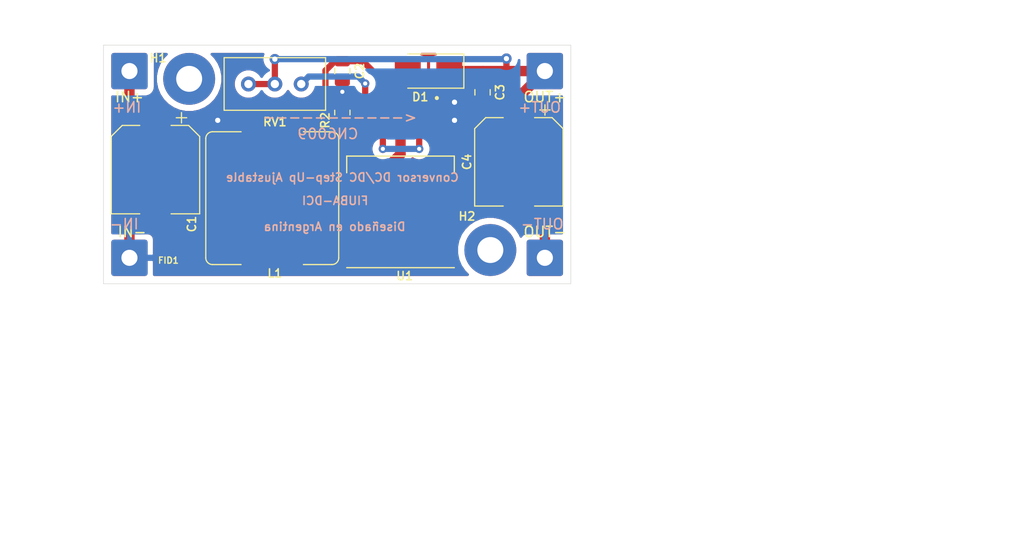
<source format=kicad_pcb>
(kicad_pcb (version 20171130) (host pcbnew "(5.1.10)-1")

  (general
    (thickness 1.6)
    (drawings 36)
    (tracks 72)
    (zones 0)
    (modules 16)
    (nets 6)
  )

  (page A4)
  (title_block
    (title "Replica conversor DC-DC Step Up CN6009 Ajustable ")
    (rev A)
    (company "License : CERN Open Hardware License (OHL) ")
    (comment 1 "Trabajo Practico final | Diseño de circuitos impresos")
    (comment 2 "Created by: Jose severiche")
    (comment 3 "Reviewed by: Federico Montes de Oca")
    (comment 4 "Approved by: Diego Brengi")
  )

  (layers
    (0 F.Cu signal)
    (31 B.Cu signal)
    (32 B.Adhes user)
    (33 F.Adhes user)
    (34 B.Paste user)
    (35 F.Paste user)
    (36 B.SilkS user)
    (37 F.SilkS user)
    (38 B.Mask user)
    (39 F.Mask user)
    (40 Dwgs.User user)
    (41 Cmts.User user)
    (42 Eco1.User user)
    (43 Eco2.User user)
    (44 Edge.Cuts user)
    (45 Margin user)
    (46 B.CrtYd user)
    (47 F.CrtYd user)
    (48 B.Fab user)
    (49 F.Fab user hide)
  )

  (setup
    (last_trace_width 0.25)
    (user_trace_width 0.6)
    (user_trace_width 1)
    (trace_clearance 0.6)
    (zone_clearance 0.508)
    (zone_45_only no)
    (trace_min 0.2)
    (via_size 0.8)
    (via_drill 0.4)
    (via_min_size 0.4)
    (via_min_drill 0.3)
    (user_via 1 0.5)
    (uvia_size 0.3)
    (uvia_drill 0.1)
    (uvias_allowed no)
    (uvia_min_size 0.2)
    (uvia_min_drill 0.1)
    (edge_width 0.05)
    (segment_width 0.2)
    (pcb_text_width 0.3)
    (pcb_text_size 1.5 1.5)
    (mod_edge_width 0.12)
    (mod_text_size 1 1)
    (mod_text_width 0.15)
    (pad_size 3.5 3.5)
    (pad_drill 1.55)
    (pad_to_mask_clearance 0)
    (aux_axis_origin 0 0)
    (visible_elements 7FFFFFFF)
    (pcbplotparams
      (layerselection 0x010fc_ffffffff)
      (usegerberextensions false)
      (usegerberattributes true)
      (usegerberadvancedattributes true)
      (creategerberjobfile true)
      (excludeedgelayer true)
      (linewidth 0.100000)
      (plotframeref false)
      (viasonmask false)
      (mode 1)
      (useauxorigin false)
      (hpglpennumber 1)
      (hpglpenspeed 20)
      (hpglpendiameter 15.000000)
      (psnegative false)
      (psa4output false)
      (plotreference true)
      (plotvalue true)
      (plotinvisibletext false)
      (padsonsilk false)
      (subtractmaskfromsilk false)
      (outputformat 1)
      (mirror false)
      (drillshape 1)
      (scaleselection 1)
      (outputdirectory ""))
  )

  (net 0 "")
  (net 1 "Net-(C1-Pad1)")
  (net 2 GND)
  (net 3 "Net-(C3-Pad1)")
  (net 4 "Net-(D1-Pad2)")
  (net 5 "Net-(R2-Pad1)")

  (net_class Default "This is the default net class."
    (clearance 0.6)
    (trace_width 0.25)
    (via_dia 0.8)
    (via_drill 0.4)
    (uvia_dia 0.3)
    (uvia_drill 0.1)
    (add_net GND)
    (add_net "Net-(C1-Pad1)")
    (add_net "Net-(C3-Pad1)")
    (add_net "Net-(D1-Pad2)")
    (add_net "Net-(R2-Pad1)")
  )

  (module Fiducial:Fiducial_0.75mm_Mask1.5mm (layer F.Cu) (tedit 5C18CB26) (tstamp 6131941C)
    (at 114.25 107)
    (descr "Circular Fiducial, 0.75mm bare copper, 1.5mm soldermask opening (Level B)")
    (tags fiducial)
    (path /6132D1A6)
    (attr smd)
    (fp_text reference FID1 (at 0 1.75) (layer F.SilkS)
      (effects (font (size 0.6 0.6) (thickness 0.125)))
    )
    (fp_text value Fiducial (at 0 2) (layer F.Fab)
      (effects (font (size 1 1) (thickness 0.15)))
    )
    (fp_circle (center 0 0) (end 1 0) (layer F.CrtYd) (width 0.05))
    (fp_circle (center 0 0) (end 0.75 0) (layer F.Fab) (width 0.1))
    (fp_text user %R (at 0 0) (layer F.Fab)
      (effects (font (size 0.3 0.3) (thickness 0.05)))
    )
    (pad "" smd circle (at 0 0) (size 0.75 0.75) (layers F.Cu F.Mask)
      (solder_mask_margin 0.375) (clearance 0.375))
  )

  (module XL6009:DPAK170P1435X465-6N (layer F.Cu) (tedit 611A0049) (tstamp 6131617C)
    (at 136.6 101.4 270)
    (path /6115EEA5)
    (clearance 0.4)
    (fp_text reference U1 (at 8.85 -0.4 180) (layer F.SilkS)
      (effects (font (size 0.8 0.8) (thickness 0.15)))
    )
    (fp_text value XL6009 (at 4.445 6.35 90) (layer F.Fab)
      (effects (font (size 1 1) (thickness 0.15)))
    )
    (fp_circle (center -8.3 -3.5) (end -8.2 -3.5) (layer F.SilkS) (width 0.2))
    (fp_circle (center -8.3 -3.5) (end -8.2 -3.5) (layer F.Fab) (width 0.2))
    (fp_line (start -2.705 -5.18) (end -2.705 5.18) (layer F.Fab) (width 0.127))
    (fp_line (start -2.705 5.18) (end 6.195 5.18) (layer F.Fab) (width 0.127))
    (fp_line (start 6.195 5.18) (end 6.195 -5.18) (layer F.Fab) (width 0.127))
    (fp_line (start 6.195 -5.18) (end -2.705 -5.18) (layer F.Fab) (width 0.127))
    (fp_poly (pts (xy 3.93 -0.71) (xy 5.19 -0.71) (xy 5.19 0.71) (xy 3.93 0.71)) (layer F.Paste) (width 0.01))
    (fp_poly (pts (xy 6.05 -0.71) (xy 7.31 -0.71) (xy 7.31 0.71) (xy 6.05 0.71)) (layer F.Paste) (width 0.01))
    (fp_poly (pts (xy 1.81 -0.71) (xy 3.07 -0.71) (xy 3.07 0.71) (xy 1.81 0.71)) (layer F.Paste) (width 0.01))
    (fp_poly (pts (xy -0.31 -0.71) (xy 0.95 -0.71) (xy 0.95 0.71) (xy -0.31 0.71)) (layer F.Paste) (width 0.01))
    (fp_poly (pts (xy 3.93 -2.82) (xy 5.19 -2.82) (xy 5.19 -1.4) (xy 3.93 -1.4)) (layer F.Paste) (width 0.01))
    (fp_poly (pts (xy 3.93 -4.93) (xy 5.19 -4.93) (xy 5.19 -3.51) (xy 3.93 -3.51)) (layer F.Paste) (width 0.01))
    (fp_poly (pts (xy 3.93 1.4) (xy 5.19 1.4) (xy 5.19 2.82) (xy 3.93 2.82)) (layer F.Paste) (width 0.01))
    (fp_poly (pts (xy 3.93 3.51) (xy 5.19 3.51) (xy 5.19 4.93) (xy 3.93 4.93)) (layer F.Paste) (width 0.01))
    (fp_poly (pts (xy 6.05 -2.82) (xy 7.31 -2.82) (xy 7.31 -1.4) (xy 6.05 -1.4)) (layer F.Paste) (width 0.01))
    (fp_poly (pts (xy 6.05 -4.93) (xy 7.31 -4.93) (xy 7.31 -3.51) (xy 6.05 -3.51)) (layer F.Paste) (width 0.01))
    (fp_poly (pts (xy 6.05 1.4) (xy 7.31 1.4) (xy 7.31 2.82) (xy 6.05 2.82)) (layer F.Paste) (width 0.01))
    (fp_poly (pts (xy 6.05 3.51) (xy 7.31 3.51) (xy 7.31 4.93) (xy 6.05 4.93)) (layer F.Paste) (width 0.01))
    (fp_poly (pts (xy 1.81 1.4) (xy 3.07 1.4) (xy 3.07 2.82) (xy 1.81 2.82)) (layer F.Paste) (width 0.01))
    (fp_poly (pts (xy 1.81 3.51) (xy 3.07 3.51) (xy 3.07 4.93) (xy 1.81 4.93)) (layer F.Paste) (width 0.01))
    (fp_poly (pts (xy 1.81 -2.82) (xy 3.07 -2.82) (xy 3.07 -1.4) (xy 1.81 -1.4)) (layer F.Paste) (width 0.01))
    (fp_poly (pts (xy -0.31 -2.82) (xy 0.95 -2.82) (xy 0.95 -1.4) (xy -0.31 -1.4)) (layer F.Paste) (width 0.01))
    (fp_poly (pts (xy -0.31 -4.93) (xy 0.95 -4.93) (xy 0.95 -3.51) (xy -0.31 -3.51)) (layer F.Paste) (width 0.01))
    (fp_poly (pts (xy 1.81 -4.93) (xy 3.07 -4.93) (xy 3.07 -3.51) (xy 1.81 -3.51)) (layer F.Paste) (width 0.01))
    (fp_poly (pts (xy -0.31 1.4) (xy 0.95 1.4) (xy 0.95 2.82) (xy -0.31 2.82)) (layer F.Paste) (width 0.01))
    (fp_poly (pts (xy -0.31 3.51) (xy 0.95 3.51) (xy 0.95 4.93) (xy -0.31 4.93)) (layer F.Paste) (width 0.01))
    (fp_line (start -2.705 -5.18) (end -2.705 5.18) (layer F.SilkS) (width 0.127))
    (fp_line (start -1.1 -5.18) (end -2.705 -5.18) (layer F.SilkS) (width 0.127))
    (fp_line (start -1.1 5.18) (end -2.705 5.18) (layer F.SilkS) (width 0.127))
    (fp_line (start -7.99 -4.18) (end -7.99 4.18) (layer F.CrtYd) (width 0.05))
    (fp_line (start -7.99 4.18) (end -2.96 4.18) (layer F.CrtYd) (width 0.05))
    (fp_line (start -2.96 4.18) (end -2.96 5.52) (layer F.CrtYd) (width 0.05))
    (fp_line (start -2.96 5.52) (end 7.98 5.52) (layer F.CrtYd) (width 0.05))
    (fp_line (start 7.98 5.52) (end 7.98 -5.52) (layer F.CrtYd) (width 0.05))
    (fp_line (start 7.98 -5.52) (end -2.96 -5.52) (layer F.CrtYd) (width 0.05))
    (fp_line (start -2.96 -5.52) (end -2.96 -4.18) (layer F.CrtYd) (width 0.05))
    (fp_line (start -2.96 -4.18) (end -7.99 -4.18) (layer F.CrtYd) (width 0.05))
    (fp_line (start 8.05 -5.18) (end 8.05 5.18) (layer F.SilkS) (width 0.127))
    (pad 1 smd rect (at -6.13 -3.4 270) (size 3.21 1.05) (layers F.Cu F.Paste F.Mask)
      (net 2 GND))
    (pad 2 smd rect (at -6.13 -1.7 270) (size 3.21 1.05) (layers F.Cu F.Paste F.Mask)
      (net 1 "Net-(C1-Pad1)"))
    (pad 3 smd rect (at -6.13 0 270) (size 3.21 1.05) (layers F.Cu F.Paste F.Mask)
      (net 4 "Net-(D1-Pad2)"))
    (pad 4 smd rect (at -6.13 1.7 270) (size 3.21 1.05) (layers F.Cu F.Paste F.Mask)
      (net 1 "Net-(C1-Pad1)"))
    (pad 5 smd rect (at -6.13 3.4 270) (size 3.21 1.05) (layers F.Cu F.Paste F.Mask)
      (net 5 "Net-(R2-Pad1)"))
    (pad 6 smd rect (at 3.5 0 270) (size 8.46 10.53) (layers F.Cu F.Mask)
      (clearance 0.4))
    (model ${KISYS3DMOD}/XL6009.3dshapes/XL6009.step
      (offset (xyz -7 0 0))
      (scale (xyz 1 1 1))
      (rotate (xyz 0 0 90))
    )
  )

  (module Potentiometer_THT:Potentiometer_Bourns_3296W_Vertical (layer F.Cu) (tedit 5A3D4994) (tstamp 61315E93)
    (at 121.96 91.75 180)
    (descr "Potentiometer, vertical, Bourns 3296W, https://www.bourns.com/pdfs/3296.pdf")
    (tags "Potentiometer vertical Bourns 3296W")
    (path /6121650C)
    (fp_text reference RV1 (at -2.54 -3.66) (layer F.SilkS)
      (effects (font (size 0.8 0.8) (thickness 0.15)))
    )
    (fp_text value 50K (at -2.54 3.67) (layer F.Fab)
      (effects (font (size 1 1) (thickness 0.15)))
    )
    (fp_circle (center 0.955 1.15) (end 2.05 1.15) (layer F.Fab) (width 0.1))
    (fp_line (start -7.305 -2.41) (end -7.305 2.42) (layer F.Fab) (width 0.1))
    (fp_line (start -7.305 2.42) (end 2.225 2.42) (layer F.Fab) (width 0.1))
    (fp_line (start 2.225 2.42) (end 2.225 -2.41) (layer F.Fab) (width 0.1))
    (fp_line (start 2.225 -2.41) (end -7.305 -2.41) (layer F.Fab) (width 0.1))
    (fp_line (start 0.955 2.235) (end 0.956 0.066) (layer F.Fab) (width 0.1))
    (fp_line (start 0.955 2.235) (end 0.956 0.066) (layer F.Fab) (width 0.1))
    (fp_line (start -7.425 -2.53) (end 2.345 -2.53) (layer F.SilkS) (width 0.12))
    (fp_line (start -7.425 2.54) (end 2.345 2.54) (layer F.SilkS) (width 0.12))
    (fp_line (start -7.425 -2.53) (end -7.425 2.54) (layer F.SilkS) (width 0.12))
    (fp_line (start 2.345 -2.53) (end 2.345 2.54) (layer F.SilkS) (width 0.12))
    (fp_line (start -7.6 -2.7) (end -7.6 2.7) (layer F.CrtYd) (width 0.05))
    (fp_line (start -7.6 2.7) (end 2.5 2.7) (layer F.CrtYd) (width 0.05))
    (fp_line (start 2.5 2.7) (end 2.5 -2.7) (layer F.CrtYd) (width 0.05))
    (fp_line (start 2.5 -2.7) (end -7.6 -2.7) (layer F.CrtYd) (width 0.05))
    (fp_text user %R (at -3.175 0.005) (layer F.Fab)
      (effects (font (size 1 1) (thickness 0.15)))
    )
    (pad 3 thru_hole circle (at -5.08 0 180) (size 1.44 1.44) (drill 0.8) (layers *.Cu *.Mask)
      (net 5 "Net-(R2-Pad1)"))
    (pad 2 thru_hole circle (at -2.54 0 180) (size 1.44 1.44) (drill 0.8) (layers *.Cu *.Mask)
      (net 3 "Net-(C3-Pad1)"))
    (pad 1 thru_hole circle (at 0 0 180) (size 1.44 1.44) (drill 0.8) (layers *.Cu *.Mask)
      (net 3 "Net-(C3-Pad1)"))
    (model ${KISYS3DMOD}/Potentiometer_THT.3dshapes/Potentiometer_Bourns_3296W_Vertical.wrl
      (at (xyz 0 0 0))
      (scale (xyz 1 1 1))
      (rotate (xyz 0 0 0))
    )
  )

  (module Resistor_SMD:R_0805_2012Metric (layer F.Cu) (tedit 5F68FEEE) (tstamp 6131612D)
    (at 131 94.5 90)
    (descr "Resistor SMD 0805 (2012 Metric), square (rectangular) end terminal, IPC_7351 nominal, (Body size source: IPC-SM-782 page 72, https://www.pcb-3d.com/wordpress/wp-content/uploads/ipc-sm-782a_amendment_1_and_2.pdf), generated with kicad-footprint-generator")
    (tags resistor)
    (path /61102CD5)
    (attr smd)
    (fp_text reference R2 (at -0.75 -1.65 90) (layer F.SilkS)
      (effects (font (size 0.8 0.8) (thickness 0.15)))
    )
    (fp_text value 1.3K (at 0 1.65 90) (layer F.Fab)
      (effects (font (size 1 1) (thickness 0.15)))
    )
    (fp_line (start -1 0.625) (end -1 -0.625) (layer F.Fab) (width 0.1))
    (fp_line (start -1 -0.625) (end 1 -0.625) (layer F.Fab) (width 0.1))
    (fp_line (start 1 -0.625) (end 1 0.625) (layer F.Fab) (width 0.1))
    (fp_line (start 1 0.625) (end -1 0.625) (layer F.Fab) (width 0.1))
    (fp_line (start -0.227064 -0.735) (end 0.227064 -0.735) (layer F.SilkS) (width 0.12))
    (fp_line (start -0.227064 0.735) (end 0.227064 0.735) (layer F.SilkS) (width 0.12))
    (fp_line (start -1.68 0.95) (end -1.68 -0.95) (layer F.CrtYd) (width 0.05))
    (fp_line (start -1.68 -0.95) (end 1.68 -0.95) (layer F.CrtYd) (width 0.05))
    (fp_line (start 1.68 -0.95) (end 1.68 0.95) (layer F.CrtYd) (width 0.05))
    (fp_line (start 1.68 0.95) (end -1.68 0.95) (layer F.CrtYd) (width 0.05))
    (fp_text user %R (at 0 0 90) (layer F.Fab)
      (effects (font (size 0.5 0.5) (thickness 0.08)))
    )
    (pad 2 smd roundrect (at 0.9125 0 90) (size 1.025 1.4) (layers F.Cu F.Paste F.Mask) (roundrect_rratio 0.243902)
      (net 2 GND))
    (pad 1 smd roundrect (at -0.9125 0 90) (size 1.025 1.4) (layers F.Cu F.Paste F.Mask) (roundrect_rratio 0.243902)
      (net 5 "Net-(R2-Pad1)"))
    (model ${KISYS3DMOD}/Resistor_SMD.3dshapes/R_0805_2012Metric.wrl
      (at (xyz 0 0 0))
      (scale (xyz 1 1 1))
      (rotate (xyz 0 0 0))
    )
  )

  (module Capacitor_SMD:C_0805_2012Metric (layer F.Cu) (tedit 5F68FEEE) (tstamp 61315FDA)
    (at 144.5 92.55 270)
    (descr "Capacitor SMD 0805 (2012 Metric), square (rectangular) end terminal, IPC_7351 nominal, (Body size source: IPC-SM-782 page 76, https://www.pcb-3d.com/wordpress/wp-content/uploads/ipc-sm-782a_amendment_1_and_2.pdf, https://docs.google.com/spreadsheets/d/1BsfQQcO9C6DZCsRaXUlFlo91Tg2WpOkGARC1WS5S8t0/edit?usp=sharing), generated with kicad-footprint-generator")
    (tags capacitor)
    (path /61105DCA)
    (attr smd)
    (fp_text reference C3 (at 0 -1.68 90) (layer F.SilkS)
      (effects (font (size 0.8 0.8) (thickness 0.15)))
    )
    (fp_text value 1uF (at 0 1.68 90) (layer F.Fab)
      (effects (font (size 1 1) (thickness 0.15)))
    )
    (fp_line (start -1 0.625) (end -1 -0.625) (layer F.Fab) (width 0.1))
    (fp_line (start -1 -0.625) (end 1 -0.625) (layer F.Fab) (width 0.1))
    (fp_line (start 1 -0.625) (end 1 0.625) (layer F.Fab) (width 0.1))
    (fp_line (start 1 0.625) (end -1 0.625) (layer F.Fab) (width 0.1))
    (fp_line (start -0.261252 -0.735) (end 0.261252 -0.735) (layer F.SilkS) (width 0.12))
    (fp_line (start -0.261252 0.735) (end 0.261252 0.735) (layer F.SilkS) (width 0.12))
    (fp_line (start -1.7 0.98) (end -1.7 -0.98) (layer F.CrtYd) (width 0.05))
    (fp_line (start -1.7 -0.98) (end 1.7 -0.98) (layer F.CrtYd) (width 0.05))
    (fp_line (start 1.7 -0.98) (end 1.7 0.98) (layer F.CrtYd) (width 0.05))
    (fp_line (start 1.7 0.98) (end -1.7 0.98) (layer F.CrtYd) (width 0.05))
    (fp_text user %R (at 0 0 90) (layer F.Fab)
      (effects (font (size 0.5 0.5) (thickness 0.08)))
    )
    (pad 2 smd roundrect (at 0.95 0 270) (size 1 1.45) (layers F.Cu F.Paste F.Mask) (roundrect_rratio 0.25)
      (net 2 GND))
    (pad 1 smd roundrect (at -0.95 0 270) (size 1 1.45) (layers F.Cu F.Paste F.Mask) (roundrect_rratio 0.25)
      (net 3 "Net-(C3-Pad1)"))
    (model ${KISYS3DMOD}/Capacitor_SMD.3dshapes/C_0805_2012Metric.wrl
      (at (xyz 0 0 0))
      (scale (xyz 1 1 1))
      (rotate (xyz 0 0 0))
    )
  )

  (module Capacitor_SMD:C_0805_2012Metric (layer F.Cu) (tedit 5F68FEEE) (tstamp 61315FAA)
    (at 131 90.5 270)
    (descr "Capacitor SMD 0805 (2012 Metric), square (rectangular) end terminal, IPC_7351 nominal, (Body size source: IPC-SM-782 page 76, https://www.pcb-3d.com/wordpress/wp-content/uploads/ipc-sm-782a_amendment_1_and_2.pdf, https://docs.google.com/spreadsheets/d/1BsfQQcO9C6DZCsRaXUlFlo91Tg2WpOkGARC1WS5S8t0/edit?usp=sharing), generated with kicad-footprint-generator")
    (tags capacitor)
    (path /611007AC)
    (attr smd)
    (fp_text reference C2 (at 0 -1.68 90) (layer F.SilkS)
      (effects (font (size 0.8 0.8) (thickness 0.15)))
    )
    (fp_text value 1uF (at 0 1.68 90) (layer F.Fab)
      (effects (font (size 1 1) (thickness 0.15)))
    )
    (fp_line (start -1 0.625) (end -1 -0.625) (layer F.Fab) (width 0.1))
    (fp_line (start -1 -0.625) (end 1 -0.625) (layer F.Fab) (width 0.1))
    (fp_line (start 1 -0.625) (end 1 0.625) (layer F.Fab) (width 0.1))
    (fp_line (start 1 0.625) (end -1 0.625) (layer F.Fab) (width 0.1))
    (fp_line (start -0.261252 -0.735) (end 0.261252 -0.735) (layer F.SilkS) (width 0.12))
    (fp_line (start -0.261252 0.735) (end 0.261252 0.735) (layer F.SilkS) (width 0.12))
    (fp_line (start -1.7 0.98) (end -1.7 -0.98) (layer F.CrtYd) (width 0.05))
    (fp_line (start -1.7 -0.98) (end 1.7 -0.98) (layer F.CrtYd) (width 0.05))
    (fp_line (start 1.7 -0.98) (end 1.7 0.98) (layer F.CrtYd) (width 0.05))
    (fp_line (start 1.7 0.98) (end -1.7 0.98) (layer F.CrtYd) (width 0.05))
    (fp_text user %R (at 0 0 90) (layer F.Fab)
      (effects (font (size 0.5 0.5) (thickness 0.08)))
    )
    (pad 2 smd roundrect (at 0.95 0 270) (size 1 1.45) (layers F.Cu F.Paste F.Mask) (roundrect_rratio 0.25)
      (net 2 GND))
    (pad 1 smd roundrect (at -0.95 0 270) (size 1 1.45) (layers F.Cu F.Paste F.Mask) (roundrect_rratio 0.25)
      (net 1 "Net-(C1-Pad1)"))
    (model ${KISYS3DMOD}/Capacitor_SMD.3dshapes/C_0805_2012Metric.wrl
      (at (xyz 0 0 0))
      (scale (xyz 1 1 1))
      (rotate (xyz 0 0 0))
    )
  )

  (module Inductor_SMD:L_Bourns_SRR1260 (layer F.Cu) (tedit 5A71B056) (tstamp 613160D7)
    (at 124.25 102.75 270)
    (descr "Bourns SRR1260 series SMD inductor http://www.bourns.com/docs/Product-Datasheets/SRR1260.pdf")
    (tags "Bourns SRR1260 SMD inductor")
    (path /6110265D)
    (attr smd)
    (fp_text reference L1 (at 7.25 -0.25 180) (layer F.SilkS)
      (effects (font (size 0.8 0.8) (thickness 0.15)))
    )
    (fp_text value 470uH (at 0 7.4 90) (layer F.Fab)
      (effects (font (size 1 1) (thickness 0.15)))
    )
    (fp_circle (center 0 0) (end 0 -5.6) (layer F.Fab) (width 0.1))
    (fp_line (start -5.75 -6.25) (end 5.75 -6.25) (layer F.Fab) (width 0.1))
    (fp_line (start -4 2) (end -4 -2) (layer F.Fab) (width 0.1))
    (fp_line (start -6.25 -5.75) (end -6.25 5.75) (layer F.Fab) (width 0.1))
    (fp_line (start 5.75 6.25) (end -5.75 6.25) (layer F.Fab) (width 0.1))
    (fp_line (start 6.25 -5.75) (end 6.25 5.75) (layer F.Fab) (width 0.1))
    (fp_line (start 4 -2) (end 4 2) (layer F.Fab) (width 0.1))
    (fp_line (start -5.75 -6.4) (end 5.75 -6.4) (layer F.SilkS) (width 0.12))
    (fp_line (start -6.4 -5.75) (end -6.4 -3) (layer F.SilkS) (width 0.12))
    (fp_line (start 5.75 6.4) (end -5.75 6.4) (layer F.SilkS) (width 0.12))
    (fp_line (start 6.4 -5.75) (end 6.4 -3) (layer F.SilkS) (width 0.12))
    (fp_line (start -5.75 -6.5) (end 5.75 -6.5) (layer F.CrtYd) (width 0.05))
    (fp_line (start -6.5 5.75) (end -6.5 -5.75) (layer F.CrtYd) (width 0.05))
    (fp_line (start 5.75 6.5) (end -5.75 6.5) (layer F.CrtYd) (width 0.05))
    (fp_line (start 6.5 -5.75) (end 6.5 5.75) (layer F.CrtYd) (width 0.05))
    (fp_line (start -6.4 3) (end -6.4 5.75) (layer F.SilkS) (width 0.12))
    (fp_line (start 6.4 3) (end 6.4 5.75) (layer F.SilkS) (width 0.12))
    (fp_arc (start 5.75 -5.75) (end 6.5 -5.75) (angle -90) (layer F.CrtYd) (width 0.05))
    (fp_arc (start 5.75 5.75) (end 5.75 6.5) (angle -90) (layer F.CrtYd) (width 0.05))
    (fp_arc (start -5.75 5.75) (end -6.5 5.75) (angle -90) (layer F.CrtYd) (width 0.05))
    (fp_arc (start -5.75 -5.75) (end -5.75 -6.5) (angle -90) (layer F.CrtYd) (width 0.05))
    (fp_arc (start 5.75 -5.75) (end 6.4 -5.75) (angle -90) (layer F.SilkS) (width 0.12))
    (fp_arc (start 5.75 5.75) (end 5.75 6.4) (angle -90) (layer F.SilkS) (width 0.12))
    (fp_arc (start -5.75 5.75) (end -6.4 5.75) (angle -90) (layer F.SilkS) (width 0.12))
    (fp_arc (start -5.75 -5.75) (end -5.75 -6.4) (angle -90) (layer F.SilkS) (width 0.12))
    (fp_arc (start -5.75 5.75) (end -6.25 5.75) (angle -90) (layer F.Fab) (width 0.1))
    (fp_arc (start 5.75 5.75) (end 5.75 6.25) (angle -90) (layer F.Fab) (width 0.1))
    (fp_arc (start 5.75 -5.75) (end 6.25 -5.75) (angle -90) (layer F.Fab) (width 0.1))
    (fp_arc (start -5.75 -5.75) (end -5.75 -6.25) (angle -90) (layer F.Fab) (width 0.1))
    (fp_text user %R (at 0 0 90) (layer F.Fab)
      (effects (font (size 1 1) (thickness 0.15)))
    )
    (pad 1 smd rect (at -4.85 0 270) (size 2.9 5.4) (layers F.Cu F.Paste F.Mask)
      (net 1 "Net-(C1-Pad1)"))
    (pad 2 smd rect (at 4.85 0 270) (size 2.9 5.4) (layers F.Cu F.Paste F.Mask)
      (net 4 "Net-(D1-Pad2)"))
    (model ${KISYS3DMOD}/Inductor_SMD.3dshapes/L_Bourns_SRR1260.wrl
      (at (xyz 0 0 0))
      (scale (xyz 1 1 1))
      (rotate (xyz 0 0 0))
    )
  )

  (module Diode_SMD:D_SMA (layer F.Cu) (tedit 586432E5) (tstamp 61316086)
    (at 139.3 90.5 180)
    (descr "Diode SMA (DO-214AC)")
    (tags "Diode SMA (DO-214AC)")
    (path /61203570)
    (attr smd)
    (fp_text reference D1 (at 0.8 -2.5) (layer F.SilkS)
      (effects (font (size 0.8 0.8) (thickness 0.15)))
    )
    (fp_text value SS34 (at 0 2.6) (layer F.Fab)
      (effects (font (size 1 1) (thickness 0.15)))
    )
    (fp_line (start -3.4 -1.65) (end 2 -1.65) (layer F.SilkS) (width 0.12))
    (fp_line (start -3.4 1.65) (end 2 1.65) (layer F.SilkS) (width 0.12))
    (fp_line (start -0.64944 0.00102) (end 0.50118 -0.79908) (layer F.Fab) (width 0.1))
    (fp_line (start -0.64944 0.00102) (end 0.50118 0.75032) (layer F.Fab) (width 0.1))
    (fp_line (start 0.50118 0.75032) (end 0.50118 -0.79908) (layer F.Fab) (width 0.1))
    (fp_line (start -0.64944 -0.79908) (end -0.64944 0.80112) (layer F.Fab) (width 0.1))
    (fp_line (start 0.50118 0.00102) (end 1.4994 0.00102) (layer F.Fab) (width 0.1))
    (fp_line (start -0.64944 0.00102) (end -1.55114 0.00102) (layer F.Fab) (width 0.1))
    (fp_line (start -3.5 1.75) (end -3.5 -1.75) (layer F.CrtYd) (width 0.05))
    (fp_line (start 3.5 1.75) (end -3.5 1.75) (layer F.CrtYd) (width 0.05))
    (fp_line (start 3.5 -1.75) (end 3.5 1.75) (layer F.CrtYd) (width 0.05))
    (fp_line (start -3.5 -1.75) (end 3.5 -1.75) (layer F.CrtYd) (width 0.05))
    (fp_line (start 2.3 -1.5) (end -2.3 -1.5) (layer F.Fab) (width 0.1))
    (fp_line (start 2.3 -1.5) (end 2.3 1.5) (layer F.Fab) (width 0.1))
    (fp_line (start -2.3 1.5) (end -2.3 -1.5) (layer F.Fab) (width 0.1))
    (fp_line (start 2.3 1.5) (end -2.3 1.5) (layer F.Fab) (width 0.1))
    (fp_line (start -3.4 -1.65) (end -3.4 1.65) (layer F.SilkS) (width 0.12))
    (fp_text user %R (at 0 -2.5) (layer F.Fab)
      (effects (font (size 1 1) (thickness 0.15)))
    )
    (pad 2 smd rect (at 2 0 180) (size 2.5 1.8) (layers F.Cu F.Paste F.Mask)
      (net 4 "Net-(D1-Pad2)"))
    (pad 1 smd rect (at -2 0 180) (size 2.5 1.8) (layers F.Cu F.Paste F.Mask)
      (net 3 "Net-(C3-Pad1)"))
    (model ${KISYS3DMOD}/Diode_SMD.3dshapes/D_SMA.wrl
      (at (xyz 0 0 0))
      (scale (xyz 1 1 1))
      (rotate (xyz 0 0 0))
    )
  )

  (module Capacitor_SMD:CP_Elec_8x10 (layer F.Cu) (tedit 5BCA39D0) (tstamp 61315F4C)
    (at 113 100 270)
    (descr "SMD capacitor, aluminum electrolytic, Nichicon, 8.0x10mm")
    (tags "capacitor electrolytic")
    (path /6110017B)
    (attr smd)
    (fp_text reference C1 (at 5.25 -3.5 90) (layer F.SilkS)
      (effects (font (size 0.8 0.8) (thickness 0.15)))
    )
    (fp_text value 220uF (at 0 5.2 90) (layer F.Fab)
      (effects (font (size 1 1) (thickness 0.15)))
    )
    (fp_circle (center 0 0) (end 4 0) (layer F.Fab) (width 0.1))
    (fp_line (start 4.15 -4.15) (end 4.15 4.15) (layer F.Fab) (width 0.1))
    (fp_line (start -3.15 -4.15) (end 4.15 -4.15) (layer F.Fab) (width 0.1))
    (fp_line (start -3.15 4.15) (end 4.15 4.15) (layer F.Fab) (width 0.1))
    (fp_line (start -4.15 -3.15) (end -4.15 3.15) (layer F.Fab) (width 0.1))
    (fp_line (start -4.15 -3.15) (end -3.15 -4.15) (layer F.Fab) (width 0.1))
    (fp_line (start -4.15 3.15) (end -3.15 4.15) (layer F.Fab) (width 0.1))
    (fp_line (start -3.562278 -1.5) (end -2.762278 -1.5) (layer F.Fab) (width 0.1))
    (fp_line (start -3.162278 -1.9) (end -3.162278 -1.1) (layer F.Fab) (width 0.1))
    (fp_line (start 4.26 4.26) (end 4.26 1.51) (layer F.SilkS) (width 0.12))
    (fp_line (start 4.26 -4.26) (end 4.26 -1.51) (layer F.SilkS) (width 0.12))
    (fp_line (start -3.195563 -4.26) (end 4.26 -4.26) (layer F.SilkS) (width 0.12))
    (fp_line (start -3.195563 4.26) (end 4.26 4.26) (layer F.SilkS) (width 0.12))
    (fp_line (start -4.26 3.195563) (end -4.26 1.51) (layer F.SilkS) (width 0.12))
    (fp_line (start -4.26 -3.195563) (end -4.26 -1.51) (layer F.SilkS) (width 0.12))
    (fp_line (start -4.26 -3.195563) (end -3.195563 -4.26) (layer F.SilkS) (width 0.12))
    (fp_line (start -4.26 3.195563) (end -3.195563 4.26) (layer F.SilkS) (width 0.12))
    (fp_line (start -5.5 -2.51) (end -4.5 -2.51) (layer F.SilkS) (width 0.12))
    (fp_line (start -5 -3.01) (end -5 -2.01) (layer F.SilkS) (width 0.12))
    (fp_line (start 4.4 -4.4) (end 4.4 -1.5) (layer F.CrtYd) (width 0.05))
    (fp_line (start 4.4 -1.5) (end 5.25 -1.5) (layer F.CrtYd) (width 0.05))
    (fp_line (start 5.25 -1.5) (end 5.25 1.5) (layer F.CrtYd) (width 0.05))
    (fp_line (start 5.25 1.5) (end 4.4 1.5) (layer F.CrtYd) (width 0.05))
    (fp_line (start 4.4 1.5) (end 4.4 4.4) (layer F.CrtYd) (width 0.05))
    (fp_line (start -3.25 4.4) (end 4.4 4.4) (layer F.CrtYd) (width 0.05))
    (fp_line (start -3.25 -4.4) (end 4.4 -4.4) (layer F.CrtYd) (width 0.05))
    (fp_line (start -4.4 3.25) (end -3.25 4.4) (layer F.CrtYd) (width 0.05))
    (fp_line (start -4.4 -3.25) (end -3.25 -4.4) (layer F.CrtYd) (width 0.05))
    (fp_line (start -4.4 -3.25) (end -4.4 -1.5) (layer F.CrtYd) (width 0.05))
    (fp_line (start -4.4 1.5) (end -4.4 3.25) (layer F.CrtYd) (width 0.05))
    (fp_line (start -4.4 -1.5) (end -5.25 -1.5) (layer F.CrtYd) (width 0.05))
    (fp_line (start -5.25 -1.5) (end -5.25 1.5) (layer F.CrtYd) (width 0.05))
    (fp_line (start -5.25 1.5) (end -4.4 1.5) (layer F.CrtYd) (width 0.05))
    (fp_text user %R (at 0 0 90) (layer F.Fab)
      (effects (font (size 1 1) (thickness 0.15)))
    )
    (pad 1 smd roundrect (at -3.25 0 270) (size 3.5 2.5) (layers F.Cu F.Paste F.Mask) (roundrect_rratio 0.1)
      (net 1 "Net-(C1-Pad1)"))
    (pad 2 smd roundrect (at 3.25 0 270) (size 3.5 2.5) (layers F.Cu F.Paste F.Mask) (roundrect_rratio 0.1)
      (net 2 GND))
    (model ${KISYS3DMOD}/Capacitor_SMD.3dshapes/CP_Elec_8x10.wrl
      (at (xyz 0 0 0))
      (scale (xyz 1 1 1))
      (rotate (xyz 0 0 0))
    )
  )

  (module Capacitor_SMD:CP_Elec_8x10 (layer F.Cu) (tedit 5BCA39D0) (tstamp 61316021)
    (at 148 99.25 270)
    (descr "SMD capacitor, aluminum electrolytic, Nichicon, 8.0x10mm")
    (tags "capacitor electrolytic")
    (path /611053B9)
    (clearance 0.4)
    (attr smd)
    (fp_text reference C4 (at 0 5 90) (layer F.SilkS)
      (effects (font (size 0.8 0.8) (thickness 0.15)))
    )
    (fp_text value 100uF (at 0 5.2 90) (layer F.Fab)
      (effects (font (size 1 1) (thickness 0.15)))
    )
    (fp_line (start -5.25 1.5) (end -4.4 1.5) (layer F.CrtYd) (width 0.05))
    (fp_line (start -5.25 -1.5) (end -5.25 1.5) (layer F.CrtYd) (width 0.05))
    (fp_line (start -4.4 -1.5) (end -5.25 -1.5) (layer F.CrtYd) (width 0.05))
    (fp_line (start -4.4 1.5) (end -4.4 3.25) (layer F.CrtYd) (width 0.05))
    (fp_line (start -4.4 -3.25) (end -4.4 -1.5) (layer F.CrtYd) (width 0.05))
    (fp_line (start -4.4 -3.25) (end -3.25 -4.4) (layer F.CrtYd) (width 0.05))
    (fp_line (start -4.4 3.25) (end -3.25 4.4) (layer F.CrtYd) (width 0.05))
    (fp_line (start -3.25 -4.4) (end 4.4 -4.4) (layer F.CrtYd) (width 0.05))
    (fp_line (start -3.25 4.4) (end 4.4 4.4) (layer F.CrtYd) (width 0.05))
    (fp_line (start 4.4 1.5) (end 4.4 4.4) (layer F.CrtYd) (width 0.05))
    (fp_line (start 5.25 1.5) (end 4.4 1.5) (layer F.CrtYd) (width 0.05))
    (fp_line (start 5.25 -1.5) (end 5.25 1.5) (layer F.CrtYd) (width 0.05))
    (fp_line (start 4.4 -1.5) (end 5.25 -1.5) (layer F.CrtYd) (width 0.05))
    (fp_line (start 4.4 -4.4) (end 4.4 -1.5) (layer F.CrtYd) (width 0.05))
    (fp_line (start -5 -3.01) (end -5 -2.01) (layer F.SilkS) (width 0.12))
    (fp_line (start -5.5 -2.51) (end -4.5 -2.51) (layer F.SilkS) (width 0.12))
    (fp_line (start -4.26 3.195563) (end -3.195563 4.26) (layer F.SilkS) (width 0.12))
    (fp_line (start -4.26 -3.195563) (end -3.195563 -4.26) (layer F.SilkS) (width 0.12))
    (fp_line (start -4.26 -3.195563) (end -4.26 -1.51) (layer F.SilkS) (width 0.12))
    (fp_line (start -4.26 3.195563) (end -4.26 1.51) (layer F.SilkS) (width 0.12))
    (fp_line (start -3.195563 4.26) (end 4.26 4.26) (layer F.SilkS) (width 0.12))
    (fp_line (start -3.195563 -4.26) (end 4.26 -4.26) (layer F.SilkS) (width 0.12))
    (fp_line (start 4.26 -4.26) (end 4.26 -1.51) (layer F.SilkS) (width 0.12))
    (fp_line (start 4.26 4.26) (end 4.26 1.51) (layer F.SilkS) (width 0.12))
    (fp_line (start -3.162278 -1.9) (end -3.162278 -1.1) (layer F.Fab) (width 0.1))
    (fp_line (start -3.562278 -1.5) (end -2.762278 -1.5) (layer F.Fab) (width 0.1))
    (fp_line (start -4.15 3.15) (end -3.15 4.15) (layer F.Fab) (width 0.1))
    (fp_line (start -4.15 -3.15) (end -3.15 -4.15) (layer F.Fab) (width 0.1))
    (fp_line (start -4.15 -3.15) (end -4.15 3.15) (layer F.Fab) (width 0.1))
    (fp_line (start -3.15 4.15) (end 4.15 4.15) (layer F.Fab) (width 0.1))
    (fp_line (start -3.15 -4.15) (end 4.15 -4.15) (layer F.Fab) (width 0.1))
    (fp_line (start 4.15 -4.15) (end 4.15 4.15) (layer F.Fab) (width 0.1))
    (fp_circle (center 0 0) (end 4 0) (layer F.Fab) (width 0.1))
    (fp_text user %R (at 0 0 90) (layer F.Fab)
      (effects (font (size 1 1) (thickness 0.15)))
    )
    (pad 2 smd roundrect (at 3.25 0 270) (size 3.5 2.5) (layers F.Cu F.Paste F.Mask) (roundrect_rratio 0.1)
      (net 2 GND))
    (pad 1 smd roundrect (at -3.25 0 270) (size 3.5 2.5) (layers F.Cu F.Paste F.Mask) (roundrect_rratio 0.1)
      (net 3 "Net-(C3-Pad1)"))
    (model ${KISYS3DMOD}/Capacitor_SMD.3dshapes/CP_Elec_8x10.wrl
      (at (xyz 0 0 0))
      (scale (xyz 1 1 1))
      (rotate (xyz 0 0 0))
    )
  )

  (module MountingHole:MountingHole_2.5mm_Pad (layer F.Cu) (tedit 56D1B4CB) (tstamp 61315F17)
    (at 116.25 91.25)
    (descr "Mounting Hole 2.5mm")
    (tags "mounting hole 2.5mm")
    (path /6117317A)
    (attr virtual)
    (fp_text reference H1 (at -3 -2) (layer F.SilkS)
      (effects (font (size 0.8 0.8) (thickness 0.15)))
    )
    (fp_text value MountingHole (at 0 3.5) (layer F.Fab)
      (effects (font (size 1 1) (thickness 0.15)))
    )
    (fp_circle (center 0 0) (end 2.5 0) (layer Cmts.User) (width 0.15))
    (fp_circle (center 0 0) (end 2.75 0) (layer F.CrtYd) (width 0.05))
    (fp_text user %R (at 0.3 0) (layer F.Fab)
      (effects (font (size 1 1) (thickness 0.15)))
    )
    (pad 1 thru_hole circle (at 0 0) (size 5 5) (drill 2.5) (layers *.Cu *.Mask))
  )

  (module MountingHole:MountingHole_2.5mm_Pad (layer F.Cu) (tedit 56D1B4CB) (tstamp 61315F02)
    (at 145.25 107.75)
    (descr "Mounting Hole 2.5mm")
    (tags "mounting hole 2.5mm")
    (path /61173617)
    (clearance 0.4)
    (attr virtual)
    (fp_text reference H2 (at -2.25 -3.25) (layer F.SilkS)
      (effects (font (size 0.8 0.8) (thickness 0.15)))
    )
    (fp_text value MountingHole (at 0 3.5) (layer F.Fab)
      (effects (font (size 1 1) (thickness 0.15)))
    )
    (fp_circle (center 0 0) (end 2.75 0) (layer F.CrtYd) (width 0.05))
    (fp_circle (center 0 0) (end 2.5 0) (layer Cmts.User) (width 0.15))
    (fp_text user %R (at 0.3 0) (layer F.Fab)
      (effects (font (size 1 1) (thickness 0.15)))
    )
    (pad 1 thru_hole circle (at 0 0) (size 5 5) (drill 2.5) (layers *.Cu *.Mask))
  )

  (module Connector_Wire:SolderWire-0.75sqmm_1x01_D1.25mm_OD3.5mm (layer F.Cu) (tedit 5EB70B44) (tstamp 61315EE7)
    (at 110.5 90.5)
    (descr "Soldered wire connection, for a single 0.75 mm² wire, reinforced insulation, conductor diameter 1.25mm, outer diameter 3.5mm, size source Multi-Contact FLEXI-xV 0.75 (https://ec.staubli.com/AcroFiles/Catalogues/TM_Cab-Main-11014119_(en)_hi.pdf), bend radius 3 times outer diameter, generated with kicad-footprint-generator")
    (tags "connector wire 0.75sqmm")
    (path /61100DE9)
    (attr virtual)
    (fp_text reference IN+ (at 0 2.5) (layer F.SilkS)
      (effects (font (size 1 1) (thickness 0.15)))
    )
    (fp_text value J1 (at 0 2.95) (layer F.Fab)
      (effects (font (size 1 1) (thickness 0.15)))
    )
    (fp_circle (center 0 0) (end 1.75 0) (layer F.Fab) (width 0.1))
    (fp_line (start -2.5 -2.25) (end -2.5 2.25) (layer F.CrtYd) (width 0.05))
    (fp_line (start -2.5 2.25) (end 2.5 2.25) (layer F.CrtYd) (width 0.05))
    (fp_line (start 2.5 2.25) (end 2.5 -2.25) (layer F.CrtYd) (width 0.05))
    (fp_line (start 2.5 -2.25) (end -2.5 -2.25) (layer F.CrtYd) (width 0.05))
    (fp_text user %R (at 0 0) (layer F.Fab)
      (effects (font (size 0.88 0.88) (thickness 0.13)))
    )
    (pad 1 thru_hole roundrect (at 0 0) (size 3.5 3.5) (drill 1.55) (layers *.Cu *.Mask) (roundrect_rratio 0.07142900000000001)
      (net 1 "Net-(C1-Pad1)"))
    (model ${KISYS3DMOD}/Connector_Wire.3dshapes/SolderWire-0.75sqmm_1x01_D1.25mm_OD3.5mm.wrl
      (at (xyz 0 0 0))
      (scale (xyz 1 1 1))
      (rotate (xyz 0 0 0))
    )
  )

  (module Connector_Wire:SolderWire-0.75sqmm_1x01_D1.25mm_OD3.5mm (layer F.Cu) (tedit 5EB70B44) (tstamp 613161E4)
    (at 110.5 108.5)
    (descr "Soldered wire connection, for a single 0.75 mm² wire, reinforced insulation, conductor diameter 1.25mm, outer diameter 3.5mm, size source Multi-Contact FLEXI-xV 0.75 (https://ec.staubli.com/AcroFiles/Catalogues/TM_Cab-Main-11014119_(en)_hi.pdf), bend radius 3 times outer diameter, generated with kicad-footprint-generator")
    (tags "connector wire 0.75sqmm")
    (path /61101495)
    (attr virtual)
    (fp_text reference IN- (at 0.25 -2.5) (layer F.SilkS)
      (effects (font (size 1 1) (thickness 0.15)))
    )
    (fp_text value J2 (at 0 2.95) (layer F.Fab)
      (effects (font (size 1 1) (thickness 0.15)))
    )
    (fp_line (start 2.5 -2.25) (end -2.5 -2.25) (layer F.CrtYd) (width 0.05))
    (fp_line (start 2.5 2.25) (end 2.5 -2.25) (layer F.CrtYd) (width 0.05))
    (fp_line (start -2.5 2.25) (end 2.5 2.25) (layer F.CrtYd) (width 0.05))
    (fp_line (start -2.5 -2.25) (end -2.5 2.25) (layer F.CrtYd) (width 0.05))
    (fp_circle (center 0 0) (end 1.75 0) (layer F.Fab) (width 0.1))
    (fp_text user %R (at 0 0) (layer F.Fab)
      (effects (font (size 0.88 0.88) (thickness 0.13)))
    )
    (pad 1 thru_hole roundrect (at 0 0) (size 3.5 3.5) (drill 1.55) (layers *.Cu *.Mask) (roundrect_rratio 0.07142900000000001)
      (net 2 GND))
    (model ${KISYS3DMOD}/Connector_Wire.3dshapes/SolderWire-0.75sqmm_1x01_D1.25mm_OD3.5mm.wrl
      (at (xyz 0 0 0))
      (scale (xyz 1 1 1))
      (rotate (xyz 0 0 0))
    )
  )

  (module Connector_Wire:SolderWire-0.75sqmm_1x01_D1.25mm_OD3.5mm (layer F.Cu) (tedit 5EB70B44) (tstamp 61315EC9)
    (at 150.5 90.5)
    (descr "Soldered wire connection, for a single 0.75 mm² wire, reinforced insulation, conductor diameter 1.25mm, outer diameter 3.5mm, size source Multi-Contact FLEXI-xV 0.75 (https://ec.staubli.com/AcroFiles/Catalogues/TM_Cab-Main-11014119_(en)_hi.pdf), bend radius 3 times outer diameter, generated with kicad-footprint-generator")
    (tags "connector wire 0.75sqmm")
    (path /61106E5B)
    (attr virtual)
    (fp_text reference OUT+ (at 0 2.5) (layer F.SilkS)
      (effects (font (size 1 1) (thickness 0.15)))
    )
    (fp_text value J3 (at 0 2.95) (layer F.Fab)
      (effects (font (size 1 1) (thickness 0.15)))
    )
    (fp_circle (center 0 0) (end 1.75 0) (layer F.Fab) (width 0.1))
    (fp_line (start -2.5 -2.25) (end -2.5 2.25) (layer F.CrtYd) (width 0.05))
    (fp_line (start -2.5 2.25) (end 2.5 2.25) (layer F.CrtYd) (width 0.05))
    (fp_line (start 2.5 2.25) (end 2.5 -2.25) (layer F.CrtYd) (width 0.05))
    (fp_line (start 2.5 -2.25) (end -2.5 -2.25) (layer F.CrtYd) (width 0.05))
    (fp_text user %R (at 0 0) (layer F.Fab)
      (effects (font (size 0.88 0.88) (thickness 0.13)))
    )
    (pad 1 thru_hole roundrect (at 0 0) (size 3.5 3.5) (drill 1.55) (layers *.Cu *.Mask) (roundrect_rratio 0.07142900000000001)
      (net 3 "Net-(C3-Pad1)"))
    (model ${KISYS3DMOD}/Connector_Wire.3dshapes/SolderWire-0.75sqmm_1x01_D1.25mm_OD3.5mm.wrl
      (at (xyz 0 0 0))
      (scale (xyz 1 1 1))
      (rotate (xyz 0 0 0))
    )
  )

  (module Connector_Wire:SolderWire-0.75sqmm_1x01_D1.25mm_OD3.5mm (layer F.Cu) (tedit 611A00EC) (tstamp 61316205)
    (at 150.5 108.5)
    (descr "Soldered wire connection, for a single 0.75 mm² wire, reinforced insulation, conductor diameter 1.25mm, outer diameter 3.5mm, size source Multi-Contact FLEXI-xV 0.75 (https://ec.staubli.com/AcroFiles/Catalogues/TM_Cab-Main-11014119_(en)_hi.pdf), bend radius 3 times outer diameter, generated with kicad-footprint-generator")
    (tags "connector wire 0.75sqmm")
    (path /61107569)
    (clearance 0.4)
    (attr virtual)
    (fp_text reference OUT- (at 0 -2.5) (layer F.SilkS)
      (effects (font (size 1 1) (thickness 0.15)))
    )
    (fp_text value J4 (at 0 2.95) (layer F.Fab)
      (effects (font (size 1 1) (thickness 0.15)))
    )
    (fp_line (start 2.5 -2.25) (end -2.5 -2.25) (layer F.CrtYd) (width 0.05))
    (fp_line (start 2.5 2.25) (end 2.5 -2.25) (layer F.CrtYd) (width 0.05))
    (fp_line (start -2.5 2.25) (end 2.5 2.25) (layer F.CrtYd) (width 0.05))
    (fp_line (start -2.5 -2.25) (end -2.5 2.25) (layer F.CrtYd) (width 0.05))
    (fp_circle (center 0 0) (end 1.75 0) (layer F.Fab) (width 0.1))
    (fp_text user %R (at 0 0) (layer F.Fab)
      (effects (font (size 0.88 0.88) (thickness 0.13)))
    )
    (pad 1 thru_hole roundrect (at 0 0) (size 3.5 3.5) (drill 1.55) (layers *.Cu *.Mask) (roundrect_rratio 0.07099999999999999)
      (net 2 GND) (clearance 0.2))
    (model ${KISYS3DMOD}/Connector_Wire.3dshapes/SolderWire-0.75sqmm_1x01_D1.25mm_OD3.5mm.wrl
      (at (xyz 0 0 0))
      (scale (xyz 1 1 1))
      (rotate (xyz 0 0 0))
    )
  )

  (gr_text "* 0,4 mm agujero de via" (at 172 108) (layer Dwgs.User)
    (effects (font (size 1 1) (thickness 0.15)))
  )
  (gr_text "* 0,8 mm pad de via" (at 170.5 105) (layer Dwgs.User)
    (effects (font (size 1 1) (thickness 0.15)))
  )
  (gr_text "Diseño referenciado en el fabricante XLSEMI" (at 179.5 118) (layer Dwgs.User)
    (effects (font (size 1 1) (thickness 0.15)))
  )
  (gr_text "* 23 mm de ancho" (at 170 136) (layer Dwgs.User)
    (effects (font (size 1 1) (thickness 0.15)))
  )
  (gr_text "* 45 mm de largo" (at 170 134) (layer Dwgs.User)
    (effects (font (size 1 1) (thickness 0.15)))
  )
  (gr_text "Tamaño de PCB:" (at 169 131) (layer Dwgs.User)
    (effects (font (size 1 1) (thickness 0.15)))
  )
  (dimension 45 (width 0.15) (layer Dwgs.User)
    (gr_text "45,000 mm" (at 130.5 117.3) (layer Dwgs.User)
      (effects (font (size 1 1) (thickness 0.15)))
    )
    (feature1 (pts (xy 153 111) (xy 153 116.586421)))
    (feature2 (pts (xy 108 111) (xy 108 116.586421)))
    (crossbar (pts (xy 108 116) (xy 153 116)))
    (arrow1a (pts (xy 153 116) (xy 151.873496 116.586421)))
    (arrow1b (pts (xy 153 116) (xy 151.873496 115.413579)))
    (arrow2a (pts (xy 108 116) (xy 109.126504 116.586421)))
    (arrow2b (pts (xy 108 116) (xy 109.126504 115.413579)))
  )
  (dimension 23 (width 0.15) (layer Dwgs.User)
    (gr_text "23,000 mm" (at 101.7 99.5 90) (layer Dwgs.User)
      (effects (font (size 1 1) (thickness 0.15)))
    )
    (feature1 (pts (xy 108 88) (xy 102.413579 88)))
    (feature2 (pts (xy 108 111) (xy 102.413579 111)))
    (crossbar (pts (xy 103 111) (xy 103 88)))
    (arrow1a (pts (xy 103 88) (xy 103.586421 89.126504)))
    (arrow1b (pts (xy 103 88) (xy 102.413579 89.126504)))
    (arrow2a (pts (xy 103 111) (xy 103.586421 109.873496)))
    (arrow2b (pts (xy 103 111) (xy 102.413579 109.873496)))
  )
  (gr_text "Terminacion Superficial: HASL sin plomo" (at 178 115) (layer Dwgs.User)
    (effects (font (size 1 1) (thickness 0.15)))
  )
  (gr_text "* 1mm y 0,6 mm de ancho de pista" (at 176.5 111) (layer Dwgs.User) (tstamp 61326C58)
    (effects (font (size 1 1) (thickness 0.15)))
  )
  (gr_text "* 0,5 mm agujero de via" (at 172.25 102) (layer Dwgs.User)
    (effects (font (size 1 1) (thickness 0.15)))
  )
  (gr_text "Diseñado en Argentina" (at 130.25 105.5) (layer B.SilkS)
    (effects (font (size 0.8 0.8) (thickness 0.15)) (justify mirror))
  )
  (gr_line (start 108.5 88.5) (end 108.5 110.5) (layer Margin) (width 0.15) (tstamp 61315B9D))
  (gr_line (start 152.5 88.5) (end 108.5 88.5) (layer Margin) (width 0.15))
  (gr_line (start 152.5 110.5) (end 152.5 88.5) (layer Margin) (width 0.15))
  (gr_line (start 108.5 110.5) (end 152.5 110.5) (layer Margin) (width 0.15))
  (gr_line (start 108 88) (end 108 111) (layer Edge.Cuts) (width 0.05) (tstamp 6131584D))
  (gr_line (start 153 88) (end 108 88) (layer Edge.Cuts) (width 0.05))
  (gr_line (start 153 111) (end 153 88) (layer Edge.Cuts) (width 0.05))
  (gr_line (start 108 111) (end 153 111) (layer Edge.Cuts) (width 0.05))
  (gr_text "FIUBA-DCI " (at 130 103) (layer B.SilkS) (tstamp 61316238)
    (effects (font (size 0.8 0.8) (thickness 0.15)) (justify mirror))
  )
  (gr_text "Conversor DC/DC Step-Up Ajustable" (at 131 100.75) (layer B.SilkS) (tstamp 61316235)
    (effects (font (size 0.8 0.8) (thickness 0.15)) (justify mirror))
  )
  (gr_text IN- (at 110 105.25) (layer B.SilkS) (tstamp 61316226)
    (effects (font (size 1 1) (thickness 0.15)) (justify mirror))
  )
  (gr_text IN+ (at 110.25 94) (layer B.SilkS) (tstamp 6131622F)
    (effects (font (size 1 1) (thickness 0.15)) (justify mirror))
  )
  (gr_text OUT- (at 150.25 105.25) (layer B.SilkS) (tstamp 61316232)
    (effects (font (size 1 1) (thickness 0.15)) (justify mirror))
  )
  (gr_text OUT+ (at 150 94) (layer B.SilkS) (tstamp 6131622C)
    (effects (font (size 1 1) (thickness 0.15)) (justify mirror))
  )
  (gr_text "<-----------\n   CN6009" (at 130.75 95.75) (layer B.SilkS) (tstamp 61316229)
    (effects (font (size 1 1) (thickness 0.15)) (justify mirror))
  )
  (gr_text "* Bottom : B.Cu" (at 168.75 127.5) (layer Dwgs.User)
    (effects (font (size 1 1) (thickness 0.15)))
  )
  (gr_text "* Top : F.Cu" (at 167.5 124.75) (layer Dwgs.User)
    (effects (font (size 1 1) (thickness 0.15)))
  )
  (gr_text Capas (at 165 122) (layer Dwgs.User)
    (effects (font (size 1 1) (thickness 0.15)))
  )
  (gr_text "* 1 mm pad de via  " (at 171 99) (layer Dwgs.User)
    (effects (font (size 1 1) (thickness 0.15)))
  )
  (gr_text "* 0,6 mm de margen" (at 170.75 96.25) (layer Dwgs.User)
    (effects (font (size 1 1) (thickness 0.15)))
  )
  (gr_text "Tamaños seleccionados:" (at 171.75 93.5) (layer Dwgs.User)
    (effects (font (size 1 1) (thickness 0.15)))
  )
  (gr_text "* 0,5 mm para posicionamiento de PCB" (at 178.25 89.5) (layer Dwgs.User)
    (effects (font (size 1 1) (thickness 0.15)))
  )
  (gr_text "* 1 mm para contorno de PCB" (at 174.5 87.25) (layer Dwgs.User)
    (effects (font (size 1 1) (thickness 0.15)))
  )
  (gr_text Grilla: (at 165 84.5) (layer Dwgs.User)
    (effects (font (size 1 1) (thickness 0.15)))
  )

  (segment (start 134.9 95.27) (end 134.9 95.8) (width 1) (layer F.Cu) (net 1) (tstamp 61315E5D))
  (via (at 134.9 98) (size 0.8) (drill 0.4) (layers F.Cu B.Cu) (net 1) (tstamp 6131621D))
  (via (at 138.4 98) (size 0.8) (drill 0.4) (layers F.Cu B.Cu) (net 1) (tstamp 6131621A))
  (segment (start 138.4 95.37) (end 138.3 95.27) (width 0.8) (layer F.Cu) (net 1) (tstamp 61315E39))
  (segment (start 138.4 98) (end 138.4 95.37) (width 0.6) (layer F.Cu) (net 1) (tstamp 61315E57))
  (segment (start 114.15 97.9) (end 113 96.75) (width 0.8) (layer F.Cu) (net 1) (tstamp 61315E6F))
  (segment (start 124.25 97.9) (end 114.15 97.9) (width 1) (layer F.Cu) (net 1) (tstamp 61315E36))
  (segment (start 134.8 97.9) (end 134.9 98) (width 0.5) (layer F.Cu) (net 1) (tstamp 61315E6C))
  (segment (start 132.974002 89.55) (end 131 89.55) (width 0.6) (layer F.Cu) (net 1) (tstamp 61315E69))
  (segment (start 134.9 91.475998) (end 132.974002 89.55) (width 0.6) (layer F.Cu) (net 1) (tstamp 61315E48))
  (segment (start 134.9 95.27) (end 134.9 91.475998) (width 0.6) (layer F.Cu) (net 1) (tstamp 61315E45))
  (segment (start 134.9 95.27) (end 134.9 98) (width 0.6) (layer F.Cu) (net 1) (tstamp 61315E66))
  (segment (start 130.275 89.55) (end 131 89.55) (width 0.6) (layer F.Cu) (net 1) (tstamp 61315E5A))
  (segment (start 129.37499 90.45001) (end 130.275 89.55) (width 0.6) (layer F.Cu) (net 1) (tstamp 61315E30))
  (segment (start 129.37499 96.07501) (end 129.37499 90.45001) (width 0.6) (layer F.Cu) (net 1) (tstamp 61315E63))
  (segment (start 127.55 97.9) (end 129.37499 96.07501) (width 0.6) (layer F.Cu) (net 1) (tstamp 61315E60))
  (segment (start 124.25 97.9) (end 127.55 97.9) (width 0.6) (layer F.Cu) (net 1) (tstamp 61315E54))
  (segment (start 134.9 98) (end 138.4 98) (width 0.6) (layer B.Cu) (net 1) (tstamp 61315E51))
  (segment (start 110.5 94.25) (end 110.5 90.5) (width 1) (layer F.Cu) (net 1) (tstamp 6131BCE3))
  (segment (start 113 96.75) (end 110.5 94.25) (width 1) (layer F.Cu) (net 1))
  (via (at 131 92.5) (size 0.8) (drill 0.4) (layers F.Cu B.Cu) (net 2) (tstamp 61316220))
  (segment (start 141.78 95.27) (end 141.8 95.25) (width 0.8) (layer F.Cu) (net 2) (tstamp 61315E24))
  (via (at 141.8 95.25) (size 1) (drill 0.5) (layers F.Cu B.Cu) (net 2) (tstamp 61316223))
  (via (at 141.8 93.5) (size 1) (drill 0.5) (layers F.Cu B.Cu) (net 2) (tstamp 61315E7B))
  (segment (start 110.5 105.75) (end 113 103.25) (width 1) (layer F.Cu) (net 2))
  (segment (start 110.5 108.5) (end 110.5 105.75) (width 1) (layer F.Cu) (net 2))
  (segment (start 150.5 105) (end 150.5 108.5) (width 1) (layer F.Cu) (net 2))
  (segment (start 148 102.5) (end 150.5 105) (width 1) (layer F.Cu) (net 2))
  (segment (start 131.400001 93.000001) (end 141.300001 93.000001) (width 0.6) (layer B.Cu) (net 2))
  (segment (start 141.300001 93.000001) (end 141.8 93.5) (width 0.6) (layer B.Cu) (net 2))
  (segment (start 141.8 95.25) (end 141.8 93.5) (width 0.6) (layer B.Cu) (net 2))
  (segment (start 150.5 103.95) (end 150.5 108.5) (width 0.6) (layer B.Cu) (net 2))
  (segment (start 141.8 95.25) (end 150.5 103.95) (width 0.6) (layer B.Cu) (net 2))
  (segment (start 115.1 108.5) (end 110.5 108.5) (width 0.6) (layer B.Cu) (net 2) (tstamp 6131BBCD))
  (segment (start 131 92.6) (end 115.1 108.5) (width 0.6) (layer B.Cu) (net 2))
  (segment (start 141.8 93.5) (end 144.5 93.5) (width 0.6) (layer F.Cu) (net 2))
  (via (at 119 95.25) (size 1) (drill 0.5) (layers F.Cu B.Cu) (net 2))
  (segment (start 149.71 91.29) (end 150 91) (width 0.25) (layer F.Cu) (net 3) (tstamp 61315E0F) (status 30))
  (via (at 124.5 89.35) (size 1) (drill 0.5) (layers F.Cu B.Cu) (net 3) (tstamp 61315E72))
  (via (at 146.8 89.3) (size 1) (drill 0.5) (layers F.Cu B.Cu) (net 3) (tstamp 61315E75))
  (segment (start 121.96 91.75) (end 124.5 91.75) (width 0.6) (layer F.Cu) (net 3) (tstamp 61315DC1))
  (segment (start 144.5 90.55) (end 144.55 90.5) (width 0.8) (layer F.Cu) (net 3) (tstamp 61315E1E))
  (segment (start 144.5 91.6) (end 144.5 90.55) (width 0.6) (layer F.Cu) (net 3) (tstamp 61315E03))
  (segment (start 141.3 90.5) (end 144.55 90.5) (width 1) (layer F.Cu) (net 3) (tstamp 61315DDC))
  (segment (start 146.85 89.35) (end 146.8 89.3) (width 0.5) (layer F.Cu) (net 3) (tstamp 61315E18))
  (segment (start 124.5 91.75) (end 124.5 89.35) (width 0.6) (layer F.Cu) (net 3) (tstamp 61315DBE))
  (segment (start 146.75 89.35) (end 146.8 89.3) (width 0.6) (layer B.Cu) (net 3) (tstamp 61315E0C))
  (segment (start 124.5 89.35) (end 146.75 89.35) (width 0.6) (layer B.Cu) (net 3) (tstamp 61315DD3))
  (segment (start 147 90.5) (end 150.5 90.5) (width 1) (layer F.Cu) (net 3))
  (segment (start 144.55 90.5) (end 147 90.5) (width 1) (layer F.Cu) (net 3))
  (segment (start 146.8 90.3) (end 147 90.5) (width 0.6) (layer F.Cu) (net 3))
  (segment (start 146.8 89.3) (end 146.8 90.3) (width 0.6) (layer F.Cu) (net 3))
  (segment (start 148 93) (end 150.5 90.5) (width 1) (layer F.Cu) (net 3))
  (segment (start 148 96) (end 148 93) (width 1) (layer F.Cu) (net 3))
  (segment (start 136.7 90.55) (end 136.75 90.5) (width 0.5) (layer F.Cu) (net 4) (tstamp 61315DD0))
  (segment (start 136.75 95.02) (end 136.7 95.07) (width 0.5) (layer F.Cu) (net 4) (tstamp 61315DE5))
  (segment (start 136.6 90.65) (end 136.75 90.5) (width 1) (layer F.Cu) (net 4) (tstamp 61315DCA))
  (segment (start 136.6 98.520002) (end 136.6 95.27) (width 1) (layer F.Cu) (net 4) (tstamp 61315DC7))
  (segment (start 135.620001 99.500001) (end 136.6 98.520002) (width 1) (layer F.Cu) (net 4) (tstamp 61315DE2))
  (segment (start 129.899999 99.500001) (end 135.620001 99.500001) (width 1) (layer F.Cu) (net 4) (tstamp 61315DBB))
  (segment (start 124.25 105.15) (end 129.899999 99.500001) (width 1) (layer F.Cu) (net 4) (tstamp 61315DAC))
  (segment (start 124.25 107.6) (end 124.25 105.15) (width 1) (layer F.Cu) (net 4) (tstamp 61315DA9))
  (segment (start 136.6 91.2) (end 137.3 90.5) (width 1) (layer F.Cu) (net 4) (tstamp 61315E06))
  (segment (start 136.6 95.27) (end 136.6 91.2) (width 1) (layer F.Cu) (net 4) (tstamp 61315DAF))
  (via (at 133.2 91.7) (size 0.8) (drill 0.4) (layers F.Cu B.Cu) (net 5) (tstamp 61315E78))
  (segment (start 127.04 91.75) (end 127.04 91.66) (width 0.8) (layer B.Cu) (net 5) (tstamp 61315E15))
  (segment (start 133.2 95.27) (end 133.2 91.7) (width 0.6) (layer F.Cu) (net 5) (tstamp 61315DDF))
  (segment (start 132.530001 91.030001) (end 133.2 91.7) (width 0.6) (layer B.Cu) (net 5) (tstamp 61315DFD))
  (segment (start 127.759999 91.030001) (end 132.530001 91.030001) (width 0.6) (layer B.Cu) (net 5) (tstamp 61315E09))
  (segment (start 127.04 91.75) (end 127.759999 91.030001) (width 0.6) (layer B.Cu) (net 5) (tstamp 61315DC4))
  (segment (start 133.0575 95.4125) (end 133.2 95.27) (width 0.6) (layer F.Cu) (net 5) (tstamp 61315DB8))
  (segment (start 131 95.4125) (end 133.0575 95.4125) (width 0.6) (layer F.Cu) (net 5) (tstamp 61315DB5))

  (zone (net 2) (net_name GND) (layer B.Cu) (tstamp 6132C314) (hatch edge 0.508)
    (connect_pads (clearance 0.508))
    (min_thickness 0.254)
    (fill yes (arc_segments 32) (thermal_gap 0.508) (thermal_bridge_width 0.508))
    (polygon
      (pts
        (xy 152.25 110.25) (xy 108.75 110.25) (xy 108.75 88.75) (xy 152.25 88.75)
      )
    )
    (filled_polygon
      (pts
        (xy 113.743425 89.192907) (xy 113.39027 89.721442) (xy 113.147012 90.308719) (xy 113.023 90.932168) (xy 113.023 91.567832)
        (xy 113.147012 92.191281) (xy 113.39027 92.778558) (xy 113.743425 93.307093) (xy 114.192907 93.756575) (xy 114.721442 94.10973)
        (xy 115.308719 94.352988) (xy 115.932168 94.477) (xy 116.567832 94.477) (xy 117.191281 94.352988) (xy 117.778558 94.10973)
        (xy 118.307093 93.756575) (xy 118.756575 93.307093) (xy 119.10973 92.778558) (xy 119.352988 92.191281) (xy 119.477 91.567832)
        (xy 119.477 90.932168) (xy 119.352988 90.308719) (xy 119.10973 89.721442) (xy 118.756575 89.192907) (xy 118.440668 88.877)
        (xy 123.367828 88.877) (xy 123.320153 88.992097) (xy 123.273 89.229151) (xy 123.273 89.470849) (xy 123.320153 89.707903)
        (xy 123.412647 89.931202) (xy 123.546927 90.132167) (xy 123.717833 90.303073) (xy 123.906943 90.429432) (xy 123.814589 90.467686)
        (xy 123.577592 90.626042) (xy 123.376042 90.827592) (xy 123.23 91.04616) (xy 123.083958 90.827592) (xy 122.882408 90.626042)
        (xy 122.645411 90.467686) (xy 122.382074 90.358608) (xy 122.102517 90.303) (xy 121.817483 90.303) (xy 121.537926 90.358608)
        (xy 121.274589 90.467686) (xy 121.037592 90.626042) (xy 120.836042 90.827592) (xy 120.677686 91.064589) (xy 120.568608 91.327926)
        (xy 120.513 91.607483) (xy 120.513 91.892517) (xy 120.568608 92.172074) (xy 120.677686 92.435411) (xy 120.836042 92.672408)
        (xy 121.037592 92.873958) (xy 121.274589 93.032314) (xy 121.537926 93.141392) (xy 121.817483 93.197) (xy 122.102517 93.197)
        (xy 122.382074 93.141392) (xy 122.645411 93.032314) (xy 122.882408 92.873958) (xy 123.083958 92.672408) (xy 123.23 92.45384)
        (xy 123.376042 92.672408) (xy 123.577592 92.873958) (xy 123.814589 93.032314) (xy 124.077926 93.141392) (xy 124.357483 93.197)
        (xy 124.642517 93.197) (xy 124.922074 93.141392) (xy 125.185411 93.032314) (xy 125.422408 92.873958) (xy 125.623958 92.672408)
        (xy 125.77 92.45384) (xy 125.916042 92.672408) (xy 126.117592 92.873958) (xy 126.354589 93.032314) (xy 126.617926 93.141392)
        (xy 126.897483 93.197) (xy 127.182517 93.197) (xy 127.462074 93.141392) (xy 127.725411 93.032314) (xy 127.962408 92.873958)
        (xy 128.163958 92.672408) (xy 128.322314 92.435411) (xy 128.431392 92.172074) (xy 128.454282 92.057001) (xy 132.104605 92.057001)
        (xy 132.144575 92.096972) (xy 132.201266 92.233835) (xy 132.324602 92.418421) (xy 132.481579 92.575398) (xy 132.666165 92.698734)
        (xy 132.871266 92.78369) (xy 133.089 92.827) (xy 133.311 92.827) (xy 133.528734 92.78369) (xy 133.733835 92.698734)
        (xy 133.918421 92.575398) (xy 134.075398 92.418421) (xy 134.198734 92.233835) (xy 134.28369 92.028734) (xy 134.327 91.811)
        (xy 134.327 91.589) (xy 134.28369 91.371266) (xy 134.198734 91.166165) (xy 134.075398 90.981579) (xy 133.918421 90.824602)
        (xy 133.733835 90.701266) (xy 133.596972 90.644575) (xy 133.329396 90.377) (xy 146.203304 90.377) (xy 146.218798 90.387353)
        (xy 146.442097 90.479847) (xy 146.679151 90.527) (xy 146.920849 90.527) (xy 147.157903 90.479847) (xy 147.381202 90.387353)
        (xy 147.582167 90.253073) (xy 147.753073 90.082167) (xy 147.887353 89.881202) (xy 147.979847 89.657903) (xy 148.019483 89.458639)
        (xy 148.019483 91.999999) (xy 148.038323 92.191289) (xy 148.09412 92.375227) (xy 148.18473 92.544746) (xy 148.30667 92.69333)
        (xy 148.455254 92.81527) (xy 148.624773 92.90588) (xy 148.808711 92.961677) (xy 149.000001 92.980517) (xy 151.999999 92.980517)
        (xy 152.123 92.968403) (xy 152.123 106.112194) (xy 150.78575 106.115) (xy 150.627 106.27375) (xy 150.627 108.373)
        (xy 150.647 108.373) (xy 150.647 108.627) (xy 150.627 108.627) (xy 150.627 108.647) (xy 150.373 108.647)
        (xy 150.373 108.627) (xy 150.353 108.627) (xy 150.353 108.373) (xy 150.373 108.373) (xy 150.373 106.27375)
        (xy 150.21425 106.115) (xy 148.75 106.111928) (xy 148.625518 106.124188) (xy 148.50582 106.160498) (xy 148.395506 106.219463)
        (xy 148.298815 106.298815) (xy 148.219463 106.395506) (xy 148.19826 106.435173) (xy 148.10973 106.221442) (xy 147.756575 105.692907)
        (xy 147.307093 105.243425) (xy 146.778558 104.89027) (xy 146.191281 104.647012) (xy 145.567832 104.523) (xy 144.932168 104.523)
        (xy 144.308719 104.647012) (xy 143.721442 104.89027) (xy 143.192907 105.243425) (xy 142.743425 105.692907) (xy 142.39027 106.221442)
        (xy 142.147012 106.808719) (xy 142.023 107.432168) (xy 142.023 108.067832) (xy 142.147012 108.691281) (xy 142.39027 109.278558)
        (xy 142.743425 109.807093) (xy 143.059332 110.123) (xy 112.887806 110.123) (xy 112.885 108.78575) (xy 112.72625 108.627)
        (xy 110.627 108.627) (xy 110.627 108.647) (xy 110.373 108.647) (xy 110.373 108.627) (xy 110.353 108.627)
        (xy 110.353 108.373) (xy 110.373 108.373) (xy 110.373 106.27375) (xy 110.627 106.27375) (xy 110.627 108.373)
        (xy 112.72625 108.373) (xy 112.885 108.21425) (xy 112.888072 106.75) (xy 112.875812 106.625518) (xy 112.839502 106.50582)
        (xy 112.780537 106.395506) (xy 112.701185 106.298815) (xy 112.604494 106.219463) (xy 112.49418 106.160498) (xy 112.374482 106.124188)
        (xy 112.25 106.111928) (xy 110.78575 106.115) (xy 110.627 106.27375) (xy 110.373 106.27375) (xy 110.21425 106.115)
        (xy 108.877 106.112194) (xy 108.877 97.889) (xy 133.773 97.889) (xy 133.773 98.111) (xy 133.81631 98.328734)
        (xy 133.901266 98.533835) (xy 134.024602 98.718421) (xy 134.181579 98.875398) (xy 134.366165 98.998734) (xy 134.571266 99.08369)
        (xy 134.789 99.127) (xy 135.011 99.127) (xy 135.228734 99.08369) (xy 135.365595 99.027) (xy 137.934405 99.027)
        (xy 138.071266 99.08369) (xy 138.289 99.127) (xy 138.511 99.127) (xy 138.728734 99.08369) (xy 138.933835 98.998734)
        (xy 139.118421 98.875398) (xy 139.275398 98.718421) (xy 139.398734 98.533835) (xy 139.48369 98.328734) (xy 139.527 98.111)
        (xy 139.527 97.889) (xy 139.48369 97.671266) (xy 139.398734 97.466165) (xy 139.275398 97.281579) (xy 139.118421 97.124602)
        (xy 138.933835 97.001266) (xy 138.728734 96.91631) (xy 138.511 96.873) (xy 138.289 96.873) (xy 138.071266 96.91631)
        (xy 137.934405 96.973) (xy 135.365595 96.973) (xy 135.228734 96.91631) (xy 135.011 96.873) (xy 134.789 96.873)
        (xy 134.571266 96.91631) (xy 134.366165 97.001266) (xy 134.181579 97.124602) (xy 134.024602 97.281579) (xy 133.901266 97.466165)
        (xy 133.81631 97.671266) (xy 133.773 97.889) (xy 108.877 97.889) (xy 108.877 92.968403) (xy 109.000001 92.980517)
        (xy 111.999999 92.980517) (xy 112.191289 92.961677) (xy 112.375227 92.90588) (xy 112.544746 92.81527) (xy 112.69333 92.69333)
        (xy 112.81527 92.544746) (xy 112.90588 92.375227) (xy 112.961677 92.191289) (xy 112.980517 91.999999) (xy 112.980517 89.000001)
        (xy 112.968403 88.877) (xy 114.059332 88.877)
      )
    )
  )
  (zone (net 2) (net_name GND) (layer F.Cu) (tstamp 6132C311) (hatch edge 0.508)
    (connect_pads (clearance 0.508))
    (min_thickness 0.254)
    (fill yes (arc_segments 32) (thermal_gap 0.508) (thermal_bridge_width 0.508))
    (polygon
      (pts
        (xy 152.25 110.25) (xy 108.75 110.25) (xy 108.75 88.75) (xy 152.25 88.75)
      )
    )
    (filled_polygon
      (pts
        (xy 109.000001 92.980517) (xy 109.273 92.980517) (xy 109.273 94.18974) (xy 109.267065 94.25) (xy 109.273 94.31026)
        (xy 109.273 94.310267) (xy 109.290755 94.490533) (xy 109.360916 94.721823) (xy 109.474851 94.934982) (xy 109.628183 95.121817)
        (xy 109.675 95.160239) (xy 111.019483 96.504723) (xy 111.019483 98.25) (xy 111.038323 98.441289) (xy 111.09412 98.625228)
        (xy 111.18473 98.794746) (xy 111.30667 98.94333) (xy 111.455254 99.06527) (xy 111.624772 99.15588) (xy 111.808711 99.211677)
        (xy 112 99.230517) (xy 114 99.230517) (xy 114.191289 99.211677) (xy 114.375228 99.15588) (xy 114.429258 99.127)
        (xy 120.819483 99.127) (xy 120.819483 99.35) (xy 120.83352 99.492517) (xy 120.87509 99.629557) (xy 120.942597 99.755853)
        (xy 121.033446 99.866554) (xy 121.144147 99.957403) (xy 121.270443 100.02491) (xy 121.407483 100.06648) (xy 121.55 100.080517)
        (xy 126.95 100.080517) (xy 127.092517 100.06648) (xy 127.229557 100.02491) (xy 127.355853 99.957403) (xy 127.466554 99.866554)
        (xy 127.557403 99.755853) (xy 127.62491 99.629557) (xy 127.66648 99.492517) (xy 127.680517 99.35) (xy 127.680517 98.919114)
        (xy 127.751327 98.91214) (xy 127.944917 98.853415) (xy 128.123331 98.758051) (xy 128.279712 98.629712) (xy 128.311876 98.59052)
        (xy 130.06552 96.836878) (xy 130.104702 96.804722) (xy 130.136858 96.76554) (xy 130.136863 96.765535) (xy 130.233041 96.648342)
        (xy 130.255939 96.605502) (xy 130.35871 96.636677) (xy 130.549999 96.655517) (xy 131.450001 96.655517) (xy 131.64129 96.636677)
        (xy 131.825228 96.58088) (xy 131.944483 96.517137) (xy 131.944483 96.875) (xy 131.95852 97.017517) (xy 132.00009 97.154557)
        (xy 132.067597 97.280853) (xy 132.158446 97.391554) (xy 132.269147 97.482403) (xy 132.395443 97.54991) (xy 132.532483 97.59148)
        (xy 132.675 97.605517) (xy 133.725 97.605517) (xy 133.848586 97.593345) (xy 133.81631 97.671266) (xy 133.773 97.889)
        (xy 133.773 98.111) (xy 133.805224 98.273001) (xy 129.960258 98.273001) (xy 129.899998 98.267066) (xy 129.839738 98.273001)
        (xy 129.839731 98.273001) (xy 129.659465 98.290756) (xy 129.428175 98.360917) (xy 129.215016 98.474852) (xy 129.028182 98.628184)
        (xy 128.989764 98.674996) (xy 123.424996 104.239765) (xy 123.378184 104.278183) (xy 123.224852 104.465017) (xy 123.19386 104.523)
        (xy 123.110917 104.678176) (xy 123.040755 104.909467) (xy 123.017065 105.15) (xy 123.023001 105.21027) (xy 123.023001 105.419483)
        (xy 121.55 105.419483) (xy 121.407483 105.43352) (xy 121.270443 105.47509) (xy 121.144147 105.542597) (xy 121.033446 105.633446)
        (xy 120.942597 105.744147) (xy 120.87509 105.870443) (xy 120.83352 106.007483) (xy 120.819483 106.15) (xy 120.819483 109.05)
        (xy 120.83352 109.192517) (xy 120.87509 109.329557) (xy 120.942597 109.455853) (xy 121.033446 109.566554) (xy 121.144147 109.657403)
        (xy 121.270443 109.72491) (xy 121.407483 109.76648) (xy 121.55 109.780517) (xy 126.95 109.780517) (xy 127.092517 109.76648)
        (xy 127.229557 109.72491) (xy 127.355853 109.657403) (xy 127.466554 109.566554) (xy 127.557403 109.455853) (xy 127.62491 109.329557)
        (xy 127.66648 109.192517) (xy 127.680517 109.05) (xy 127.680517 106.15) (xy 127.66648 106.007483) (xy 127.62491 105.870443)
        (xy 127.557403 105.744147) (xy 127.466554 105.633446) (xy 127.355853 105.542597) (xy 127.229557 105.47509) (xy 127.092517 105.43352)
        (xy 126.95 105.419483) (xy 125.715756 105.419483) (xy 130.408239 100.727001) (xy 130.604483 100.727001) (xy 130.604483 109.13)
        (xy 130.61852 109.272517) (xy 130.66009 109.409557) (xy 130.727597 109.535853) (xy 130.818446 109.646554) (xy 130.929147 109.737403)
        (xy 131.055443 109.80491) (xy 131.192483 109.84648) (xy 131.335 109.860517) (xy 141.865 109.860517) (xy 142.007517 109.84648)
        (xy 142.144557 109.80491) (xy 142.270853 109.737403) (xy 142.381554 109.646554) (xy 142.472403 109.535853) (xy 142.512307 109.461199)
        (xy 142.743425 109.807093) (xy 143.059332 110.123) (xy 112.887806 110.123) (xy 112.885 108.78575) (xy 112.72625 108.627)
        (xy 110.627 108.627) (xy 110.627 108.647) (xy 110.373 108.647) (xy 110.373 108.627) (xy 110.353 108.627)
        (xy 110.353 108.373) (xy 110.373 108.373) (xy 110.373 106.27375) (xy 110.627 106.27375) (xy 110.627 108.373)
        (xy 112.72625 108.373) (xy 112.885 108.21425) (xy 112.887775 106.891462) (xy 113.148 106.891462) (xy 113.148 107.108538)
        (xy 113.190349 107.321442) (xy 113.27342 107.521993) (xy 113.394021 107.702484) (xy 113.547516 107.855979) (xy 113.728007 107.97658)
        (xy 113.928558 108.059651) (xy 114.141462 108.102) (xy 114.358538 108.102) (xy 114.571442 108.059651) (xy 114.771993 107.97658)
        (xy 114.952484 107.855979) (xy 115.105979 107.702484) (xy 115.22658 107.521993) (xy 115.309651 107.321442) (xy 115.352 107.108538)
        (xy 115.352 106.891462) (xy 115.309651 106.678558) (xy 115.22658 106.478007) (xy 115.105979 106.297516) (xy 114.952484 106.144021)
        (xy 114.771993 106.02342) (xy 114.571442 105.940349) (xy 114.358538 105.898) (xy 114.141462 105.898) (xy 113.928558 105.940349)
        (xy 113.728007 106.02342) (xy 113.547516 106.144021) (xy 113.394021 106.297516) (xy 113.27342 106.478007) (xy 113.190349 106.678558)
        (xy 113.148 106.891462) (xy 112.887775 106.891462) (xy 112.888072 106.75) (xy 112.875812 106.625518) (xy 112.839502 106.50582)
        (xy 112.780537 106.395506) (xy 112.701185 106.298815) (xy 112.604494 106.219463) (xy 112.49418 106.160498) (xy 112.374482 106.124188)
        (xy 112.25 106.111928) (xy 110.78575 106.115) (xy 110.627 106.27375) (xy 110.373 106.27375) (xy 110.21425 106.115)
        (xy 108.877 106.112194) (xy 108.877 105) (xy 111.111928 105) (xy 111.124188 105.124482) (xy 111.160498 105.24418)
        (xy 111.219463 105.354494) (xy 111.298815 105.451185) (xy 111.395506 105.530537) (xy 111.50582 105.589502) (xy 111.625518 105.625812)
        (xy 111.75 105.638072) (xy 112.71425 105.635) (xy 112.873 105.47625) (xy 112.873 103.377) (xy 113.127 103.377)
        (xy 113.127 105.47625) (xy 113.28575 105.635) (xy 114.25 105.638072) (xy 114.374482 105.625812) (xy 114.49418 105.589502)
        (xy 114.604494 105.530537) (xy 114.701185 105.451185) (xy 114.780537 105.354494) (xy 114.839502 105.24418) (xy 114.875812 105.124482)
        (xy 114.888072 105) (xy 114.885 103.53575) (xy 114.72625 103.377) (xy 113.127 103.377) (xy 112.873 103.377)
        (xy 111.27375 103.377) (xy 111.115 103.53575) (xy 111.111928 105) (xy 108.877 105) (xy 108.877 101.5)
        (xy 111.111928 101.5) (xy 111.115 102.96425) (xy 111.27375 103.123) (xy 112.873 103.123) (xy 112.873 101.02375)
        (xy 113.127 101.02375) (xy 113.127 103.123) (xy 114.72625 103.123) (xy 114.885 102.96425) (xy 114.888072 101.5)
        (xy 114.875812 101.375518) (xy 114.839502 101.25582) (xy 114.780537 101.145506) (xy 114.701185 101.048815) (xy 114.604494 100.969463)
        (xy 114.49418 100.910498) (xy 114.374482 100.874188) (xy 114.25 100.861928) (xy 113.28575 100.865) (xy 113.127 101.02375)
        (xy 112.873 101.02375) (xy 112.71425 100.865) (xy 111.75 100.861928) (xy 111.625518 100.874188) (xy 111.50582 100.910498)
        (xy 111.395506 100.969463) (xy 111.298815 101.048815) (xy 111.219463 101.145506) (xy 111.160498 101.25582) (xy 111.124188 101.375518)
        (xy 111.111928 101.5) (xy 108.877 101.5) (xy 108.877 92.968403)
      )
    )
    (filled_polygon
      (pts
        (xy 139.907483 88.88352) (xy 139.770443 88.92509) (xy 139.644147 88.992597) (xy 139.533446 89.083446) (xy 139.442597 89.194147)
        (xy 139.37509 89.320443) (xy 139.33352 89.457483) (xy 139.319483 89.6) (xy 139.319483 91.4) (xy 139.33352 91.542517)
        (xy 139.37509 91.679557) (xy 139.442597 91.805853) (xy 139.533446 91.916554) (xy 139.644147 92.007403) (xy 139.770443 92.07491)
        (xy 139.907483 92.11648) (xy 140.05 92.130517) (xy 142.55 92.130517) (xy 142.692517 92.11648) (xy 142.829557 92.07491)
        (xy 142.955853 92.007403) (xy 143.052198 91.928335) (xy 143.063323 92.041289) (xy 143.11912 92.225228) (xy 143.20973 92.394746)
        (xy 143.331199 92.542756) (xy 143.323815 92.548815) (xy 143.244463 92.645506) (xy 143.185498 92.75582) (xy 143.149188 92.875518)
        (xy 143.136928 93) (xy 143.14 93.21425) (xy 143.29875 93.373) (xy 144.373 93.373) (xy 144.373 93.353)
        (xy 144.627 93.353) (xy 144.627 93.373) (xy 145.70125 93.373) (xy 145.86 93.21425) (xy 145.863072 93)
        (xy 145.850812 92.875518) (xy 145.814502 92.75582) (xy 145.755537 92.645506) (xy 145.676185 92.548815) (xy 145.668801 92.542756)
        (xy 145.79027 92.394746) (xy 145.88088 92.225228) (xy 145.936677 92.041289) (xy 145.955517 91.85) (xy 145.955517 91.727)
        (xy 147.537761 91.727) (xy 147.174995 92.089765) (xy 147.128184 92.128183) (xy 146.974852 92.315017) (xy 146.883729 92.485498)
        (xy 146.860917 92.528176) (xy 146.790755 92.759467) (xy 146.767065 93) (xy 146.773001 93.06027) (xy 146.773001 93.549156)
        (xy 146.624772 93.59412) (xy 146.455254 93.68473) (xy 146.30667 93.80667) (xy 146.18473 93.955254) (xy 146.09412 94.124772)
        (xy 146.038323 94.308711) (xy 146.019483 94.5) (xy 146.019483 97.5) (xy 146.038323 97.691289) (xy 146.09412 97.875228)
        (xy 146.18473 98.044746) (xy 146.30667 98.19333) (xy 146.455254 98.31527) (xy 146.624772 98.40588) (xy 146.808711 98.461677)
        (xy 147 98.480517) (xy 149 98.480517) (xy 149.191289 98.461677) (xy 149.375228 98.40588) (xy 149.544746 98.31527)
        (xy 149.69333 98.19333) (xy 149.81527 98.044746) (xy 149.90588 97.875228) (xy 149.961677 97.691289) (xy 149.980517 97.5)
        (xy 149.980517 94.5) (xy 149.961677 94.308711) (xy 149.90588 94.124772) (xy 149.81527 93.955254) (xy 149.69333 93.80667)
        (xy 149.544746 93.68473) (xy 149.375228 93.59412) (xy 149.227 93.549156) (xy 149.227 93.508239) (xy 149.754722 92.980517)
        (xy 151.999999 92.980517) (xy 152.123 92.968403) (xy 152.123 106.112194) (xy 150.78575 106.115) (xy 150.627 106.27375)
        (xy 150.627 108.373) (xy 150.647 108.373) (xy 150.647 108.627) (xy 150.627 108.627) (xy 150.627 108.647)
        (xy 150.373 108.647) (xy 150.373 108.627) (xy 150.353 108.627) (xy 150.353 108.373) (xy 150.373 108.373)
        (xy 150.373 106.27375) (xy 150.21425 106.115) (xy 148.75 106.111928) (xy 148.625518 106.124188) (xy 148.50582 106.160498)
        (xy 148.395506 106.219463) (xy 148.298815 106.298815) (xy 148.219463 106.395506) (xy 148.19826 106.435173) (xy 148.10973 106.221442)
        (xy 147.756575 105.692907) (xy 147.307093 105.243425) (xy 146.778558 104.89027) (xy 146.773074 104.887998) (xy 147.71425 104.885)
        (xy 147.873 104.72625) (xy 147.873 102.627) (xy 148.127 102.627) (xy 148.127 104.72625) (xy 148.28575 104.885)
        (xy 149.25 104.888072) (xy 149.374482 104.875812) (xy 149.49418 104.839502) (xy 149.604494 104.780537) (xy 149.701185 104.701185)
        (xy 149.780537 104.604494) (xy 149.839502 104.49418) (xy 149.875812 104.374482) (xy 149.888072 104.25) (xy 149.885 102.78575)
        (xy 149.72625 102.627) (xy 148.127 102.627) (xy 147.873 102.627) (xy 146.27375 102.627) (xy 146.115 102.78575)
        (xy 146.111928 104.25) (xy 146.124188 104.374482) (xy 146.160498 104.49418) (xy 146.219463 104.604494) (xy 146.286841 104.686594)
        (xy 146.191281 104.647012) (xy 145.567832 104.523) (xy 144.932168 104.523) (xy 144.308719 104.647012) (xy 143.721442 104.89027)
        (xy 143.192907 105.243425) (xy 142.743425 105.692907) (xy 142.595517 105.914267) (xy 142.595517 100.75) (xy 146.111928 100.75)
        (xy 146.115 102.21425) (xy 146.27375 102.373) (xy 147.873 102.373) (xy 147.873 100.27375) (xy 148.127 100.27375)
        (xy 148.127 102.373) (xy 149.72625 102.373) (xy 149.885 102.21425) (xy 149.888072 100.75) (xy 149.875812 100.625518)
        (xy 149.839502 100.50582) (xy 149.780537 100.395506) (xy 149.701185 100.298815) (xy 149.604494 100.219463) (xy 149.49418 100.160498)
        (xy 149.374482 100.124188) (xy 149.25 100.111928) (xy 148.28575 100.115) (xy 148.127 100.27375) (xy 147.873 100.27375)
        (xy 147.71425 100.115) (xy 146.75 100.111928) (xy 146.625518 100.124188) (xy 146.50582 100.160498) (xy 146.395506 100.219463)
        (xy 146.298815 100.298815) (xy 146.219463 100.395506) (xy 146.160498 100.50582) (xy 146.124188 100.625518) (xy 146.111928 100.75)
        (xy 142.595517 100.75) (xy 142.595517 100.67) (xy 142.58148 100.527483) (xy 142.53991 100.390443) (xy 142.472403 100.264147)
        (xy 142.381554 100.153446) (xy 142.270853 100.062597) (xy 142.144557 99.99509) (xy 142.007517 99.95352) (xy 141.865 99.939483)
        (xy 136.915759 99.939483) (xy 137.425011 99.430232) (xy 137.471817 99.391819) (xy 137.51023 99.345013) (xy 137.510236 99.345007)
        (xy 137.569339 99.272989) (xy 137.625149 99.204985) (xy 137.739084 98.991826) (xy 137.739084 98.991825) (xy 137.758759 98.926968)
        (xy 137.866165 98.998734) (xy 138.071266 99.08369) (xy 138.289 99.127) (xy 138.511 99.127) (xy 138.728734 99.08369)
        (xy 138.933835 98.998734) (xy 139.118421 98.875398) (xy 139.275398 98.718421) (xy 139.398734 98.533835) (xy 139.48369 98.328734)
        (xy 139.527 98.111) (xy 139.527 97.889) (xy 139.48369 97.671266) (xy 139.427 97.534405) (xy 139.427 97.508345)
        (xy 139.475 97.513072) (xy 139.71425 97.51) (xy 139.873 97.35125) (xy 139.873 95.397) (xy 140.127 95.397)
        (xy 140.127 97.35125) (xy 140.28575 97.51) (xy 140.525 97.513072) (xy 140.649482 97.500812) (xy 140.76918 97.464502)
        (xy 140.879494 97.405537) (xy 140.976185 97.326185) (xy 141.055537 97.229494) (xy 141.114502 97.11918) (xy 141.150812 96.999482)
        (xy 141.163072 96.875) (xy 141.16 95.55575) (xy 141.00125 95.397) (xy 140.127 95.397) (xy 139.873 95.397)
        (xy 139.853 95.397) (xy 139.853 95.143) (xy 139.873 95.143) (xy 139.873 93.18875) (xy 140.127 93.18875)
        (xy 140.127 95.143) (xy 141.00125 95.143) (xy 141.16 94.98425) (xy 141.162291 94) (xy 143.136928 94)
        (xy 143.149188 94.124482) (xy 143.185498 94.24418) (xy 143.244463 94.354494) (xy 143.323815 94.451185) (xy 143.420506 94.530537)
        (xy 143.53082 94.589502) (xy 143.650518 94.625812) (xy 143.775 94.638072) (xy 144.21425 94.635) (xy 144.373 94.47625)
        (xy 144.373 93.627) (xy 144.627 93.627) (xy 144.627 94.47625) (xy 144.78575 94.635) (xy 145.225 94.638072)
        (xy 145.349482 94.625812) (xy 145.46918 94.589502) (xy 145.579494 94.530537) (xy 145.676185 94.451185) (xy 145.755537 94.354494)
        (xy 145.814502 94.24418) (xy 145.850812 94.124482) (xy 145.863072 94) (xy 145.86 93.78575) (xy 145.70125 93.627)
        (xy 144.627 93.627) (xy 144.373 93.627) (xy 143.29875 93.627) (xy 143.14 93.78575) (xy 143.136928 94)
        (xy 141.162291 94) (xy 141.163072 93.665) (xy 141.150812 93.540518) (xy 141.114502 93.42082) (xy 141.055537 93.310506)
        (xy 140.976185 93.213815) (xy 140.879494 93.134463) (xy 140.76918 93.075498) (xy 140.649482 93.039188) (xy 140.525 93.026928)
        (xy 140.28575 93.03) (xy 140.127 93.18875) (xy 139.873 93.18875) (xy 139.71425 93.03) (xy 139.475 93.026928)
        (xy 139.350518 93.039188) (xy 139.24677 93.07066) (xy 139.230853 93.057597) (xy 139.104557 92.99009) (xy 138.967517 92.94852)
        (xy 138.825 92.934483) (xy 137.827 92.934483) (xy 137.827 92.130517) (xy 138.55 92.130517) (xy 138.692517 92.11648)
        (xy 138.829557 92.07491) (xy 138.955853 92.007403) (xy 139.066554 91.916554) (xy 139.157403 91.805853) (xy 139.22491 91.679557)
        (xy 139.26648 91.542517) (xy 139.280517 91.4) (xy 139.280517 89.6) (xy 139.26648 89.457483) (xy 139.22491 89.320443)
        (xy 139.157403 89.194147) (xy 139.066554 89.083446) (xy 138.955853 88.992597) (xy 138.829557 88.92509) (xy 138.692517 88.88352)
        (xy 138.62632 88.877) (xy 139.97368 88.877)
      )
    )
    (filled_polygon
      (pts
        (xy 113.743425 89.192907) (xy 113.39027 89.721442) (xy 113.147012 90.308719) (xy 113.023 90.932168) (xy 113.023 91.567832)
        (xy 113.147012 92.191281) (xy 113.39027 92.778558) (xy 113.743425 93.307093) (xy 114.192907 93.756575) (xy 114.721442 94.10973)
        (xy 115.308719 94.352988) (xy 115.932168 94.477) (xy 116.567832 94.477) (xy 117.191281 94.352988) (xy 117.778558 94.10973)
        (xy 118.307093 93.756575) (xy 118.756575 93.307093) (xy 119.10973 92.778558) (xy 119.352988 92.191281) (xy 119.477 91.567832)
        (xy 119.477 90.932168) (xy 119.352988 90.308719) (xy 119.10973 89.721442) (xy 118.756575 89.192907) (xy 118.440668 88.877)
        (xy 123.367828 88.877) (xy 123.320153 88.992097) (xy 123.273 89.229151) (xy 123.273 89.470849) (xy 123.320153 89.707903)
        (xy 123.412647 89.931202) (xy 123.473001 90.021528) (xy 123.473 90.723) (xy 122.979366 90.723) (xy 122.882408 90.626042)
        (xy 122.645411 90.467686) (xy 122.382074 90.358608) (xy 122.102517 90.303) (xy 121.817483 90.303) (xy 121.537926 90.358608)
        (xy 121.274589 90.467686) (xy 121.037592 90.626042) (xy 120.836042 90.827592) (xy 120.677686 91.064589) (xy 120.568608 91.327926)
        (xy 120.513 91.607483) (xy 120.513 91.892517) (xy 120.568608 92.172074) (xy 120.677686 92.435411) (xy 120.836042 92.672408)
        (xy 121.037592 92.873958) (xy 121.274589 93.032314) (xy 121.537926 93.141392) (xy 121.817483 93.197) (xy 122.102517 93.197)
        (xy 122.382074 93.141392) (xy 122.645411 93.032314) (xy 122.882408 92.873958) (xy 122.979366 92.777) (xy 123.480634 92.777)
        (xy 123.577592 92.873958) (xy 123.814589 93.032314) (xy 124.077926 93.141392) (xy 124.357483 93.197) (xy 124.642517 93.197)
        (xy 124.922074 93.141392) (xy 125.185411 93.032314) (xy 125.422408 92.873958) (xy 125.623958 92.672408) (xy 125.77 92.45384)
        (xy 125.916042 92.672408) (xy 126.117592 92.873958) (xy 126.354589 93.032314) (xy 126.617926 93.141392) (xy 126.897483 93.197)
        (xy 127.182517 93.197) (xy 127.462074 93.141392) (xy 127.725411 93.032314) (xy 127.962408 92.873958) (xy 128.163958 92.672408)
        (xy 128.322314 92.435411) (xy 128.347991 92.373422) (xy 128.34799 95.649612) (xy 127.6686 96.329003) (xy 127.66648 96.307483)
        (xy 127.62491 96.170443) (xy 127.557403 96.044147) (xy 127.466554 95.933446) (xy 127.355853 95.842597) (xy 127.229557 95.77509)
        (xy 127.092517 95.73352) (xy 126.95 95.719483) (xy 121.55 95.719483) (xy 121.407483 95.73352) (xy 121.270443 95.77509)
        (xy 121.144147 95.842597) (xy 121.033446 95.933446) (xy 120.942597 96.044147) (xy 120.87509 96.170443) (xy 120.83352 96.307483)
        (xy 120.819483 96.45) (xy 120.819483 96.673) (xy 114.980517 96.673) (xy 114.980517 95.25) (xy 114.961677 95.058711)
        (xy 114.90588 94.874772) (xy 114.81527 94.705254) (xy 114.69333 94.55667) (xy 114.544746 94.43473) (xy 114.375228 94.34412)
        (xy 114.191289 94.288323) (xy 114 94.269483) (xy 112.254722 94.269483) (xy 111.727 93.741761) (xy 111.727 92.980517)
        (xy 111.999999 92.980517) (xy 112.191289 92.961677) (xy 112.375227 92.90588) (xy 112.544746 92.81527) (xy 112.69333 92.69333)
        (xy 112.81527 92.544746) (xy 112.90588 92.375227) (xy 112.961677 92.191289) (xy 112.980517 91.999999) (xy 112.980517 89.000001)
        (xy 112.968403 88.877) (xy 114.059332 88.877)
      )
    )
    (filled_polygon
      (pts
        (xy 131.127 91.323) (xy 131.147 91.323) (xy 131.147 91.577) (xy 131.127 91.577) (xy 131.127 92.42625)
        (xy 131.21325 92.5125) (xy 131.127 92.59875) (xy 131.127 93.4605) (xy 131.147 93.4605) (xy 131.147 93.7145)
        (xy 131.127 93.7145) (xy 131.127 93.7345) (xy 130.873 93.7345) (xy 130.873 93.7145) (xy 130.853 93.7145)
        (xy 130.853 93.4605) (xy 130.873 93.4605) (xy 130.873 92.59875) (xy 130.78675 92.5125) (xy 130.873 92.42625)
        (xy 130.873 91.577) (xy 130.853 91.577) (xy 130.853 91.323) (xy 130.873 91.323) (xy 130.873 91.303)
        (xy 131.127 91.303)
      )
    )
  )
)

</source>
